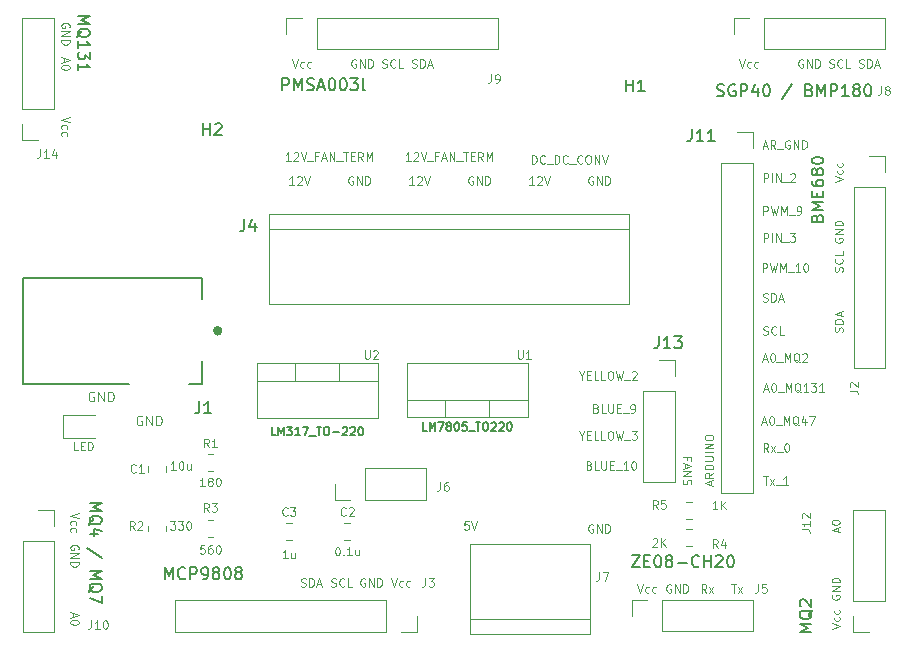
<source format=gto>
%TF.GenerationSoftware,KiCad,Pcbnew,(6.0.0)*%
%TF.CreationDate,2022-06-14T20:33:02+03:00*%
%TF.ProjectId,breadboard_power_supply,62726561-6462-46f6-9172-645f706f7765,rev?*%
%TF.SameCoordinates,Original*%
%TF.FileFunction,Legend,Top*%
%TF.FilePolarity,Positive*%
%FSLAX46Y46*%
G04 Gerber Fmt 4.6, Leading zero omitted, Abs format (unit mm)*
G04 Created by KiCad (PCBNEW (6.0.0)) date 2022-06-14 20:33:02*
%MOMM*%
%LPD*%
G01*
G04 APERTURE LIST*
%ADD10C,0.100000*%
%ADD11C,0.150000*%
%ADD12C,0.120000*%
%ADD13C,0.127000*%
%ADD14C,0.400000*%
G04 APERTURE END LIST*
D10*
X77607600Y-99398933D02*
X77607600Y-99732266D01*
X77374266Y-99032266D02*
X77607600Y-99398933D01*
X77840933Y-99032266D01*
X78074266Y-99365600D02*
X78307600Y-99365600D01*
X78407600Y-99732266D02*
X78074266Y-99732266D01*
X78074266Y-99032266D01*
X78407600Y-99032266D01*
X79040933Y-99732266D02*
X78707600Y-99732266D01*
X78707600Y-99032266D01*
X79607600Y-99732266D02*
X79274266Y-99732266D01*
X79274266Y-99032266D01*
X79974266Y-99032266D02*
X80107600Y-99032266D01*
X80174266Y-99065600D01*
X80240933Y-99132266D01*
X80274266Y-99265600D01*
X80274266Y-99498933D01*
X80240933Y-99632266D01*
X80174266Y-99698933D01*
X80107600Y-99732266D01*
X79974266Y-99732266D01*
X79907600Y-99698933D01*
X79840933Y-99632266D01*
X79807600Y-99498933D01*
X79807600Y-99265600D01*
X79840933Y-99132266D01*
X79907600Y-99065600D01*
X79974266Y-99032266D01*
X80507600Y-99032266D02*
X80674266Y-99732266D01*
X80807600Y-99232266D01*
X80940933Y-99732266D01*
X81107600Y-99032266D01*
X81207600Y-99798933D02*
X81740933Y-99798933D01*
X81874266Y-99098933D02*
X81907600Y-99065600D01*
X81974266Y-99032266D01*
X82140933Y-99032266D01*
X82207600Y-99065600D01*
X82240933Y-99098933D01*
X82274266Y-99165600D01*
X82274266Y-99232266D01*
X82240933Y-99332266D01*
X81840933Y-99732266D01*
X82274266Y-99732266D01*
X101105600Y-73282933D02*
X101205600Y-73316266D01*
X101372266Y-73316266D01*
X101438933Y-73282933D01*
X101472266Y-73249600D01*
X101505600Y-73182933D01*
X101505600Y-73116266D01*
X101472266Y-73049600D01*
X101438933Y-73016266D01*
X101372266Y-72982933D01*
X101238933Y-72949600D01*
X101172266Y-72916266D01*
X101138933Y-72882933D01*
X101105600Y-72816266D01*
X101105600Y-72749600D01*
X101138933Y-72682933D01*
X101172266Y-72649600D01*
X101238933Y-72616266D01*
X101405600Y-72616266D01*
X101505600Y-72649600D01*
X101805600Y-73316266D02*
X101805600Y-72616266D01*
X101972266Y-72616266D01*
X102072266Y-72649600D01*
X102138933Y-72716266D01*
X102172266Y-72782933D01*
X102205600Y-72916266D01*
X102205600Y-73016266D01*
X102172266Y-73149600D01*
X102138933Y-73216266D01*
X102072266Y-73282933D01*
X101972266Y-73316266D01*
X101805600Y-73316266D01*
X102472266Y-73116266D02*
X102805600Y-73116266D01*
X102405600Y-73316266D02*
X102638933Y-72616266D01*
X102872266Y-73316266D01*
X77607600Y-104478933D02*
X77607600Y-104812266D01*
X77374266Y-104112266D02*
X77607600Y-104478933D01*
X77840933Y-104112266D01*
X78074266Y-104445600D02*
X78307600Y-104445600D01*
X78407600Y-104812266D02*
X78074266Y-104812266D01*
X78074266Y-104112266D01*
X78407600Y-104112266D01*
X79040933Y-104812266D02*
X78707600Y-104812266D01*
X78707600Y-104112266D01*
X79607600Y-104812266D02*
X79274266Y-104812266D01*
X79274266Y-104112266D01*
X79974266Y-104112266D02*
X80107600Y-104112266D01*
X80174266Y-104145600D01*
X80240933Y-104212266D01*
X80274266Y-104345600D01*
X80274266Y-104578933D01*
X80240933Y-104712266D01*
X80174266Y-104778933D01*
X80107600Y-104812266D01*
X79974266Y-104812266D01*
X79907600Y-104778933D01*
X79840933Y-104712266D01*
X79807600Y-104578933D01*
X79807600Y-104345600D01*
X79840933Y-104212266D01*
X79907600Y-104145600D01*
X79974266Y-104112266D01*
X80507600Y-104112266D02*
X80674266Y-104812266D01*
X80807600Y-104312266D01*
X80940933Y-104812266D01*
X81107600Y-104112266D01*
X81207600Y-104878933D02*
X81740933Y-104878933D01*
X81840933Y-104112266D02*
X82274266Y-104112266D01*
X82040933Y-104378933D01*
X82140933Y-104378933D01*
X82207600Y-104412266D01*
X82240933Y-104445600D01*
X82274266Y-104512266D01*
X82274266Y-104678933D01*
X82240933Y-104745600D01*
X82207600Y-104778933D01*
X82140933Y-104812266D01*
X81940933Y-104812266D01*
X81874266Y-104778933D01*
X81840933Y-104745600D01*
X92994266Y-95888933D02*
X93094266Y-95922266D01*
X93260933Y-95922266D01*
X93327600Y-95888933D01*
X93360933Y-95855600D01*
X93394266Y-95788933D01*
X93394266Y-95722266D01*
X93360933Y-95655600D01*
X93327600Y-95622266D01*
X93260933Y-95588933D01*
X93127600Y-95555600D01*
X93060933Y-95522266D01*
X93027600Y-95488933D01*
X92994266Y-95422266D01*
X92994266Y-95355600D01*
X93027600Y-95288933D01*
X93060933Y-95255600D01*
X93127600Y-95222266D01*
X93294266Y-95222266D01*
X93394266Y-95255600D01*
X94094266Y-95855600D02*
X94060933Y-95888933D01*
X93960933Y-95922266D01*
X93894266Y-95922266D01*
X93794266Y-95888933D01*
X93727600Y-95822266D01*
X93694266Y-95755600D01*
X93660933Y-95622266D01*
X93660933Y-95522266D01*
X93694266Y-95388933D01*
X93727600Y-95322266D01*
X93794266Y-95255600D01*
X93894266Y-95222266D01*
X93960933Y-95222266D01*
X94060933Y-95255600D01*
X94094266Y-95288933D01*
X94727600Y-95922266D02*
X94394266Y-95922266D01*
X94394266Y-95222266D01*
X34266933Y-77500266D02*
X33566933Y-77733600D01*
X34266933Y-77966933D01*
X33600266Y-78500266D02*
X33566933Y-78433600D01*
X33566933Y-78300266D01*
X33600266Y-78233600D01*
X33633600Y-78200266D01*
X33700266Y-78166933D01*
X33900266Y-78166933D01*
X33966933Y-78200266D01*
X34000266Y-78233600D01*
X34033600Y-78300266D01*
X34033600Y-78433600D01*
X34000266Y-78500266D01*
X33600266Y-79100266D02*
X33566933Y-79033600D01*
X33566933Y-78900266D01*
X33600266Y-78833600D01*
X33633600Y-78800266D01*
X33700266Y-78766933D01*
X33900266Y-78766933D01*
X33966933Y-78800266D01*
X34000266Y-78833600D01*
X34033600Y-78900266D01*
X34033600Y-79033600D01*
X34000266Y-79100266D01*
X92976933Y-98008266D02*
X93310266Y-98008266D01*
X92910266Y-98208266D02*
X93143600Y-97508266D01*
X93376933Y-98208266D01*
X93743600Y-97508266D02*
X93810266Y-97508266D01*
X93876933Y-97541600D01*
X93910266Y-97574933D01*
X93943600Y-97641600D01*
X93976933Y-97774933D01*
X93976933Y-97941600D01*
X93943600Y-98074933D01*
X93910266Y-98141600D01*
X93876933Y-98174933D01*
X93810266Y-98208266D01*
X93743600Y-98208266D01*
X93676933Y-98174933D01*
X93643600Y-98141600D01*
X93610266Y-98074933D01*
X93576933Y-97941600D01*
X93576933Y-97774933D01*
X93610266Y-97641600D01*
X93643600Y-97574933D01*
X93676933Y-97541600D01*
X93743600Y-97508266D01*
X94110266Y-98274933D02*
X94643600Y-98274933D01*
X94810266Y-98208266D02*
X94810266Y-97508266D01*
X95043600Y-98008266D01*
X95276933Y-97508266D01*
X95276933Y-98208266D01*
X96076933Y-98274933D02*
X96010266Y-98241600D01*
X95943600Y-98174933D01*
X95843600Y-98074933D01*
X95776933Y-98041600D01*
X95710266Y-98041600D01*
X95743600Y-98208266D02*
X95676933Y-98174933D01*
X95610266Y-98108266D01*
X95576933Y-97974933D01*
X95576933Y-97741600D01*
X95610266Y-97608266D01*
X95676933Y-97541600D01*
X95743600Y-97508266D01*
X95876933Y-97508266D01*
X95943600Y-97541600D01*
X96010266Y-97608266D01*
X96043600Y-97741600D01*
X96043600Y-97974933D01*
X96010266Y-98108266D01*
X95943600Y-98174933D01*
X95876933Y-98208266D01*
X95743600Y-98208266D01*
X96310266Y-97574933D02*
X96343600Y-97541600D01*
X96410266Y-97508266D01*
X96576933Y-97508266D01*
X96643600Y-97541600D01*
X96676933Y-97574933D01*
X96710266Y-97641600D01*
X96710266Y-97708266D01*
X96676933Y-97808266D01*
X96276933Y-98208266D01*
X96710266Y-98208266D01*
X63128933Y-81190266D02*
X62728933Y-81190266D01*
X62928933Y-81190266D02*
X62928933Y-80490266D01*
X62862266Y-80590266D01*
X62795600Y-80656933D01*
X62728933Y-80690266D01*
X63395600Y-80556933D02*
X63428933Y-80523600D01*
X63495600Y-80490266D01*
X63662266Y-80490266D01*
X63728933Y-80523600D01*
X63762266Y-80556933D01*
X63795600Y-80623600D01*
X63795600Y-80690266D01*
X63762266Y-80790266D01*
X63362266Y-81190266D01*
X63795600Y-81190266D01*
X63995600Y-80490266D02*
X64228933Y-81190266D01*
X64462266Y-80490266D01*
X64528933Y-81256933D02*
X65062266Y-81256933D01*
X65462266Y-80823600D02*
X65228933Y-80823600D01*
X65228933Y-81190266D02*
X65228933Y-80490266D01*
X65562266Y-80490266D01*
X65795600Y-80990266D02*
X66128933Y-80990266D01*
X65728933Y-81190266D02*
X65962266Y-80490266D01*
X66195600Y-81190266D01*
X66428933Y-81190266D02*
X66428933Y-80490266D01*
X66828933Y-81190266D01*
X66828933Y-80490266D01*
X66995600Y-81256933D02*
X67528933Y-81256933D01*
X67595600Y-80490266D02*
X67995600Y-80490266D01*
X67795600Y-81190266D02*
X67795600Y-80490266D01*
X68228933Y-80823600D02*
X68462266Y-80823600D01*
X68562266Y-81190266D02*
X68228933Y-81190266D01*
X68228933Y-80490266D01*
X68562266Y-80490266D01*
X69262266Y-81190266D02*
X69028933Y-80856933D01*
X68862266Y-81190266D02*
X68862266Y-80490266D01*
X69128933Y-80490266D01*
X69195600Y-80523600D01*
X69228933Y-80556933D01*
X69262266Y-80623600D01*
X69262266Y-80723600D01*
X69228933Y-80790266D01*
X69195600Y-80823600D01*
X69128933Y-80856933D01*
X68862266Y-80856933D01*
X69562266Y-81190266D02*
X69562266Y-80490266D01*
X69795600Y-80990266D01*
X70028933Y-80490266D01*
X70028933Y-81190266D01*
X99032266Y-82976933D02*
X99732266Y-82743600D01*
X99032266Y-82510266D01*
X99698933Y-81976933D02*
X99732266Y-82043600D01*
X99732266Y-82176933D01*
X99698933Y-82243600D01*
X99665600Y-82276933D01*
X99598933Y-82310266D01*
X99398933Y-82310266D01*
X99332266Y-82276933D01*
X99298933Y-82243600D01*
X99265600Y-82176933D01*
X99265600Y-82043600D01*
X99298933Y-81976933D01*
X99698933Y-81376933D02*
X99732266Y-81443600D01*
X99732266Y-81576933D01*
X99698933Y-81643600D01*
X99665600Y-81676933D01*
X99598933Y-81710266D01*
X99398933Y-81710266D01*
X99332266Y-81676933D01*
X99298933Y-81643600D01*
X99265600Y-81576933D01*
X99265600Y-81443600D01*
X99298933Y-81376933D01*
X88172933Y-117766266D02*
X87939600Y-117432933D01*
X87772933Y-117766266D02*
X87772933Y-117066266D01*
X88039600Y-117066266D01*
X88106266Y-117099600D01*
X88139600Y-117132933D01*
X88172933Y-117199600D01*
X88172933Y-117299600D01*
X88139600Y-117366266D01*
X88106266Y-117399600D01*
X88039600Y-117432933D01*
X87772933Y-117432933D01*
X88406266Y-117766266D02*
X88772933Y-117299600D01*
X88406266Y-117299600D02*
X88772933Y-117766266D01*
X88559466Y-108660933D02*
X88559466Y-108327600D01*
X88759466Y-108727600D02*
X88059466Y-108494266D01*
X88759466Y-108260933D01*
X88759466Y-107627600D02*
X88426133Y-107860933D01*
X88759466Y-108027600D02*
X88059466Y-108027600D01*
X88059466Y-107760933D01*
X88092800Y-107694266D01*
X88126133Y-107660933D01*
X88192800Y-107627600D01*
X88292800Y-107627600D01*
X88359466Y-107660933D01*
X88392800Y-107694266D01*
X88426133Y-107760933D01*
X88426133Y-108027600D01*
X88759466Y-107327600D02*
X88059466Y-107327600D01*
X88059466Y-107160933D01*
X88092800Y-107060933D01*
X88159466Y-106994266D01*
X88226133Y-106960933D01*
X88359466Y-106927600D01*
X88459466Y-106927600D01*
X88592800Y-106960933D01*
X88659466Y-106994266D01*
X88726133Y-107060933D01*
X88759466Y-107160933D01*
X88759466Y-107327600D01*
X88059466Y-106627600D02*
X88626133Y-106627600D01*
X88692800Y-106594266D01*
X88726133Y-106560933D01*
X88759466Y-106494266D01*
X88759466Y-106360933D01*
X88726133Y-106294266D01*
X88692800Y-106260933D01*
X88626133Y-106227600D01*
X88059466Y-106227600D01*
X88759466Y-105894266D02*
X88059466Y-105894266D01*
X88759466Y-105560933D02*
X88059466Y-105560933D01*
X88759466Y-105160933D01*
X88059466Y-105160933D01*
X88059466Y-104694266D02*
X88059466Y-104560933D01*
X88092800Y-104494266D01*
X88159466Y-104427600D01*
X88292800Y-104394266D01*
X88526133Y-104394266D01*
X88659466Y-104427600D01*
X88726133Y-104494266D01*
X88759466Y-104560933D01*
X88759466Y-104694266D01*
X88726133Y-104760933D01*
X88659466Y-104827600D01*
X88526133Y-104860933D01*
X88292800Y-104860933D01*
X88159466Y-104827600D01*
X88092800Y-104760933D01*
X88059466Y-104694266D01*
X52968933Y-81190266D02*
X52568933Y-81190266D01*
X52768933Y-81190266D02*
X52768933Y-80490266D01*
X52702266Y-80590266D01*
X52635600Y-80656933D01*
X52568933Y-80690266D01*
X53235600Y-80556933D02*
X53268933Y-80523600D01*
X53335600Y-80490266D01*
X53502266Y-80490266D01*
X53568933Y-80523600D01*
X53602266Y-80556933D01*
X53635600Y-80623600D01*
X53635600Y-80690266D01*
X53602266Y-80790266D01*
X53202266Y-81190266D01*
X53635600Y-81190266D01*
X53835600Y-80490266D02*
X54068933Y-81190266D01*
X54302266Y-80490266D01*
X54368933Y-81256933D02*
X54902266Y-81256933D01*
X55302266Y-80823600D02*
X55068933Y-80823600D01*
X55068933Y-81190266D02*
X55068933Y-80490266D01*
X55402266Y-80490266D01*
X55635600Y-80990266D02*
X55968933Y-80990266D01*
X55568933Y-81190266D02*
X55802266Y-80490266D01*
X56035600Y-81190266D01*
X56268933Y-81190266D02*
X56268933Y-80490266D01*
X56668933Y-81190266D01*
X56668933Y-80490266D01*
X56835600Y-81256933D02*
X57368933Y-81256933D01*
X57435600Y-80490266D02*
X57835600Y-80490266D01*
X57635600Y-81190266D02*
X57635600Y-80490266D01*
X58068933Y-80823600D02*
X58302266Y-80823600D01*
X58402266Y-81190266D02*
X58068933Y-81190266D01*
X58068933Y-80490266D01*
X58402266Y-80490266D01*
X59102266Y-81190266D02*
X58868933Y-80856933D01*
X58702266Y-81190266D02*
X58702266Y-80490266D01*
X58968933Y-80490266D01*
X59035600Y-80523600D01*
X59068933Y-80556933D01*
X59102266Y-80623600D01*
X59102266Y-80723600D01*
X59068933Y-80790266D01*
X59035600Y-80823600D01*
X58968933Y-80856933D01*
X58702266Y-80856933D01*
X59402266Y-81190266D02*
X59402266Y-80490266D01*
X59635600Y-80990266D01*
X59868933Y-80490266D01*
X59868933Y-81190266D01*
X63259600Y-73282933D02*
X63359600Y-73316266D01*
X63526266Y-73316266D01*
X63592933Y-73282933D01*
X63626266Y-73249600D01*
X63659600Y-73182933D01*
X63659600Y-73116266D01*
X63626266Y-73049600D01*
X63592933Y-73016266D01*
X63526266Y-72982933D01*
X63392933Y-72949600D01*
X63326266Y-72916266D01*
X63292933Y-72882933D01*
X63259600Y-72816266D01*
X63259600Y-72749600D01*
X63292933Y-72682933D01*
X63326266Y-72649600D01*
X63392933Y-72616266D01*
X63559600Y-72616266D01*
X63659600Y-72649600D01*
X63959600Y-73316266D02*
X63959600Y-72616266D01*
X64126266Y-72616266D01*
X64226266Y-72649600D01*
X64292933Y-72716266D01*
X64326266Y-72782933D01*
X64359600Y-72916266D01*
X64359600Y-73016266D01*
X64326266Y-73149600D01*
X64292933Y-73216266D01*
X64226266Y-73282933D01*
X64126266Y-73316266D01*
X63959600Y-73316266D01*
X64626266Y-73116266D02*
X64959600Y-73116266D01*
X64559600Y-73316266D02*
X64792933Y-72616266D01*
X65026266Y-73316266D01*
X60736266Y-73282933D02*
X60836266Y-73316266D01*
X61002933Y-73316266D01*
X61069600Y-73282933D01*
X61102933Y-73249600D01*
X61136266Y-73182933D01*
X61136266Y-73116266D01*
X61102933Y-73049600D01*
X61069600Y-73016266D01*
X61002933Y-72982933D01*
X60869600Y-72949600D01*
X60802933Y-72916266D01*
X60769600Y-72882933D01*
X60736266Y-72816266D01*
X60736266Y-72749600D01*
X60769600Y-72682933D01*
X60802933Y-72649600D01*
X60869600Y-72616266D01*
X61036266Y-72616266D01*
X61136266Y-72649600D01*
X61836266Y-73249600D02*
X61802933Y-73282933D01*
X61702933Y-73316266D01*
X61636266Y-73316266D01*
X61536266Y-73282933D01*
X61469600Y-73216266D01*
X61436266Y-73149600D01*
X61402933Y-73016266D01*
X61402933Y-72916266D01*
X61436266Y-72782933D01*
X61469600Y-72716266D01*
X61536266Y-72649600D01*
X61636266Y-72616266D01*
X61702933Y-72616266D01*
X61802933Y-72649600D01*
X61836266Y-72682933D01*
X62469600Y-73316266D02*
X62136266Y-73316266D01*
X62136266Y-72616266D01*
X53861600Y-117224933D02*
X53961600Y-117258266D01*
X54128266Y-117258266D01*
X54194933Y-117224933D01*
X54228266Y-117191600D01*
X54261600Y-117124933D01*
X54261600Y-117058266D01*
X54228266Y-116991600D01*
X54194933Y-116958266D01*
X54128266Y-116924933D01*
X53994933Y-116891600D01*
X53928266Y-116858266D01*
X53894933Y-116824933D01*
X53861600Y-116758266D01*
X53861600Y-116691600D01*
X53894933Y-116624933D01*
X53928266Y-116591600D01*
X53994933Y-116558266D01*
X54161600Y-116558266D01*
X54261600Y-116591600D01*
X54561600Y-117258266D02*
X54561600Y-116558266D01*
X54728266Y-116558266D01*
X54828266Y-116591600D01*
X54894933Y-116658266D01*
X54928266Y-116724933D01*
X54961600Y-116858266D01*
X54961600Y-116958266D01*
X54928266Y-117091600D01*
X54894933Y-117158266D01*
X54828266Y-117224933D01*
X54728266Y-117258266D01*
X54561600Y-117258266D01*
X55228266Y-117058266D02*
X55561600Y-117058266D01*
X55161600Y-117258266D02*
X55394933Y-116558266D01*
X55628266Y-117258266D01*
X34528933Y-119489600D02*
X34528933Y-119822933D01*
X34328933Y-119422933D02*
X35028933Y-119656266D01*
X34328933Y-119889600D01*
X35028933Y-120256266D02*
X35028933Y-120322933D01*
X34995600Y-120389600D01*
X34962266Y-120422933D01*
X34895600Y-120456266D01*
X34762266Y-120489600D01*
X34595600Y-120489600D01*
X34462266Y-120456266D01*
X34395600Y-120422933D01*
X34362266Y-120389600D01*
X34328933Y-120322933D01*
X34328933Y-120256266D01*
X34362266Y-120189600D01*
X34395600Y-120156266D01*
X34462266Y-120122933D01*
X34595600Y-120089600D01*
X34762266Y-120089600D01*
X34895600Y-120122933D01*
X34962266Y-120156266D01*
X34995600Y-120189600D01*
X35028933Y-120256266D01*
X61498266Y-116558266D02*
X61731600Y-117258266D01*
X61964933Y-116558266D01*
X62498266Y-117224933D02*
X62431600Y-117258266D01*
X62298266Y-117258266D01*
X62231600Y-117224933D01*
X62198266Y-117191600D01*
X62164933Y-117124933D01*
X62164933Y-116924933D01*
X62198266Y-116858266D01*
X62231600Y-116824933D01*
X62298266Y-116791600D01*
X62431600Y-116791600D01*
X62498266Y-116824933D01*
X63098266Y-117224933D02*
X63031600Y-117258266D01*
X62898266Y-117258266D01*
X62831600Y-117224933D01*
X62798266Y-117191600D01*
X62764933Y-117124933D01*
X62764933Y-116924933D01*
X62798266Y-116858266D01*
X62831600Y-116824933D01*
X62898266Y-116791600D01*
X63031600Y-116791600D01*
X63098266Y-116824933D01*
X96342266Y-72649600D02*
X96275600Y-72616266D01*
X96175600Y-72616266D01*
X96075600Y-72649600D01*
X96008933Y-72716266D01*
X95975600Y-72782933D01*
X95942266Y-72916266D01*
X95942266Y-73016266D01*
X95975600Y-73149600D01*
X96008933Y-73216266D01*
X96075600Y-73282933D01*
X96175600Y-73316266D01*
X96242266Y-73316266D01*
X96342266Y-73282933D01*
X96375600Y-73249600D01*
X96375600Y-73016266D01*
X96242266Y-73016266D01*
X96675600Y-73316266D02*
X96675600Y-72616266D01*
X97075600Y-73316266D01*
X97075600Y-72616266D01*
X97408933Y-73316266D02*
X97408933Y-72616266D01*
X97575600Y-72616266D01*
X97675600Y-72649600D01*
X97742266Y-72716266D01*
X97775600Y-72782933D01*
X97808933Y-72916266D01*
X97808933Y-73016266D01*
X97775600Y-73149600D01*
X97742266Y-73216266D01*
X97675600Y-73282933D01*
X97575600Y-73316266D01*
X97408933Y-73316266D01*
X36322076Y-100793600D02*
X36245885Y-100755504D01*
X36131600Y-100755504D01*
X36017314Y-100793600D01*
X35941123Y-100869790D01*
X35903028Y-100945980D01*
X35864933Y-101098361D01*
X35864933Y-101212647D01*
X35903028Y-101365028D01*
X35941123Y-101441219D01*
X36017314Y-101517409D01*
X36131600Y-101555504D01*
X36207790Y-101555504D01*
X36322076Y-101517409D01*
X36360171Y-101479314D01*
X36360171Y-101212647D01*
X36207790Y-101212647D01*
X36703028Y-101555504D02*
X36703028Y-100755504D01*
X37160171Y-101555504D01*
X37160171Y-100755504D01*
X37541123Y-101555504D02*
X37541123Y-100755504D01*
X37731600Y-100755504D01*
X37845885Y-100793600D01*
X37922076Y-100869790D01*
X37960171Y-100945980D01*
X37998266Y-101098361D01*
X37998266Y-101212647D01*
X37960171Y-101365028D01*
X37922076Y-101441219D01*
X37845885Y-101517409D01*
X37731600Y-101555504D01*
X37541123Y-101555504D01*
X98778266Y-120822933D02*
X99478266Y-120589600D01*
X98778266Y-120356266D01*
X99444933Y-119822933D02*
X99478266Y-119889600D01*
X99478266Y-120022933D01*
X99444933Y-120089600D01*
X99411600Y-120122933D01*
X99344933Y-120156266D01*
X99144933Y-120156266D01*
X99078266Y-120122933D01*
X99044933Y-120089600D01*
X99011600Y-120022933D01*
X99011600Y-119889600D01*
X99044933Y-119822933D01*
X99444933Y-119222933D02*
X99478266Y-119289600D01*
X99478266Y-119422933D01*
X99444933Y-119489600D01*
X99411600Y-119522933D01*
X99344933Y-119556266D01*
X99144933Y-119556266D01*
X99078266Y-119522933D01*
X99044933Y-119489600D01*
X99011600Y-119422933D01*
X99011600Y-119289600D01*
X99044933Y-119222933D01*
X58496266Y-72649600D02*
X58429600Y-72616266D01*
X58329600Y-72616266D01*
X58229600Y-72649600D01*
X58162933Y-72716266D01*
X58129600Y-72782933D01*
X58096266Y-72916266D01*
X58096266Y-73016266D01*
X58129600Y-73149600D01*
X58162933Y-73216266D01*
X58229600Y-73282933D01*
X58329600Y-73316266D01*
X58396266Y-73316266D01*
X58496266Y-73282933D01*
X58529600Y-73249600D01*
X58529600Y-73016266D01*
X58396266Y-73016266D01*
X58829600Y-73316266D02*
X58829600Y-72616266D01*
X59229600Y-73316266D01*
X59229600Y-72616266D01*
X59562933Y-73316266D02*
X59562933Y-72616266D01*
X59729600Y-72616266D01*
X59829600Y-72649600D01*
X59896266Y-72716266D01*
X59929600Y-72782933D01*
X59962933Y-72916266D01*
X59962933Y-73016266D01*
X59929600Y-73149600D01*
X59896266Y-73216266D01*
X59829600Y-73282933D01*
X59729600Y-73316266D01*
X59562933Y-73316266D01*
X90962266Y-72616266D02*
X91195600Y-73316266D01*
X91428933Y-72616266D01*
X91962266Y-73282933D02*
X91895600Y-73316266D01*
X91762266Y-73316266D01*
X91695600Y-73282933D01*
X91662266Y-73249600D01*
X91628933Y-73182933D01*
X91628933Y-72982933D01*
X91662266Y-72916266D01*
X91695600Y-72882933D01*
X91762266Y-72849600D01*
X91895600Y-72849600D01*
X91962266Y-72882933D01*
X92562266Y-73282933D02*
X92495600Y-73316266D01*
X92362266Y-73316266D01*
X92295600Y-73282933D01*
X92262266Y-73249600D01*
X92228933Y-73182933D01*
X92228933Y-72982933D01*
X92262266Y-72916266D01*
X92295600Y-72882933D01*
X92362266Y-72849600D01*
X92495600Y-72849600D01*
X92562266Y-72882933D01*
X99698933Y-90596933D02*
X99732266Y-90496933D01*
X99732266Y-90330266D01*
X99698933Y-90263600D01*
X99665600Y-90230266D01*
X99598933Y-90196933D01*
X99532266Y-90196933D01*
X99465600Y-90230266D01*
X99432266Y-90263600D01*
X99398933Y-90330266D01*
X99365600Y-90463600D01*
X99332266Y-90530266D01*
X99298933Y-90563600D01*
X99232266Y-90596933D01*
X99165600Y-90596933D01*
X99098933Y-90563600D01*
X99065600Y-90530266D01*
X99032266Y-90463600D01*
X99032266Y-90296933D01*
X99065600Y-90196933D01*
X99665600Y-89496933D02*
X99698933Y-89530266D01*
X99732266Y-89630266D01*
X99732266Y-89696933D01*
X99698933Y-89796933D01*
X99632266Y-89863600D01*
X99565600Y-89896933D01*
X99432266Y-89930266D01*
X99332266Y-89930266D01*
X99198933Y-89896933D01*
X99132266Y-89863600D01*
X99065600Y-89796933D01*
X99032266Y-89696933D01*
X99032266Y-89630266D01*
X99065600Y-89530266D01*
X99098933Y-89496933D01*
X99732266Y-88863600D02*
X99732266Y-89196933D01*
X99032266Y-89196933D01*
X92998266Y-107922266D02*
X93398266Y-107922266D01*
X93198266Y-108622266D02*
X93198266Y-107922266D01*
X93564933Y-108622266D02*
X93931600Y-108155600D01*
X93564933Y-108155600D02*
X93931600Y-108622266D01*
X94031600Y-108688933D02*
X94564933Y-108688933D01*
X95098266Y-108622266D02*
X94698266Y-108622266D01*
X94898266Y-108622266D02*
X94898266Y-107922266D01*
X94831600Y-108022266D01*
X94764933Y-108088933D01*
X94698266Y-108122266D01*
X53116266Y-72616266D02*
X53349600Y-73316266D01*
X53582933Y-72616266D01*
X54116266Y-73282933D02*
X54049600Y-73316266D01*
X53916266Y-73316266D01*
X53849600Y-73282933D01*
X53816266Y-73249600D01*
X53782933Y-73182933D01*
X53782933Y-72982933D01*
X53816266Y-72916266D01*
X53849600Y-72882933D01*
X53916266Y-72849600D01*
X54049600Y-72849600D01*
X54116266Y-72882933D01*
X54716266Y-73282933D02*
X54649600Y-73316266D01*
X54516266Y-73316266D01*
X54449600Y-73282933D01*
X54416266Y-73249600D01*
X54382933Y-73182933D01*
X54382933Y-72982933D01*
X54416266Y-72916266D01*
X54449600Y-72882933D01*
X54516266Y-72849600D01*
X54649600Y-72849600D01*
X54716266Y-72882933D01*
X34995600Y-114122266D02*
X35028933Y-114055600D01*
X35028933Y-113955600D01*
X34995600Y-113855600D01*
X34928933Y-113788933D01*
X34862266Y-113755600D01*
X34728933Y-113722266D01*
X34628933Y-113722266D01*
X34495600Y-113755600D01*
X34428933Y-113788933D01*
X34362266Y-113855600D01*
X34328933Y-113955600D01*
X34328933Y-114022266D01*
X34362266Y-114122266D01*
X34395600Y-114155600D01*
X34628933Y-114155600D01*
X34628933Y-114022266D01*
X34328933Y-114455600D02*
X35028933Y-114455600D01*
X34328933Y-114855600D01*
X35028933Y-114855600D01*
X34328933Y-115188933D02*
X35028933Y-115188933D01*
X35028933Y-115355600D01*
X34995600Y-115455600D01*
X34928933Y-115522266D01*
X34862266Y-115555600D01*
X34728933Y-115588933D01*
X34628933Y-115588933D01*
X34495600Y-115555600D01*
X34428933Y-115522266D01*
X34362266Y-115455600D01*
X34328933Y-115355600D01*
X34328933Y-115188933D01*
X63422266Y-83222266D02*
X63022266Y-83222266D01*
X63222266Y-83222266D02*
X63222266Y-82522266D01*
X63155600Y-82622266D01*
X63088933Y-82688933D01*
X63022266Y-82722266D01*
X63688933Y-82588933D02*
X63722266Y-82555600D01*
X63788933Y-82522266D01*
X63955600Y-82522266D01*
X64022266Y-82555600D01*
X64055600Y-82588933D01*
X64088933Y-82655600D01*
X64088933Y-82722266D01*
X64055600Y-82822266D01*
X63655600Y-83222266D01*
X64088933Y-83222266D01*
X64288933Y-82522266D02*
X64522266Y-83222266D01*
X64755600Y-82522266D01*
X56418266Y-117224933D02*
X56518266Y-117258266D01*
X56684933Y-117258266D01*
X56751600Y-117224933D01*
X56784933Y-117191600D01*
X56818266Y-117124933D01*
X56818266Y-117058266D01*
X56784933Y-116991600D01*
X56751600Y-116958266D01*
X56684933Y-116924933D01*
X56551600Y-116891600D01*
X56484933Y-116858266D01*
X56451600Y-116824933D01*
X56418266Y-116758266D01*
X56418266Y-116691600D01*
X56451600Y-116624933D01*
X56484933Y-116591600D01*
X56551600Y-116558266D01*
X56718266Y-116558266D01*
X56818266Y-116591600D01*
X57518266Y-117191600D02*
X57484933Y-117224933D01*
X57384933Y-117258266D01*
X57318266Y-117258266D01*
X57218266Y-117224933D01*
X57151600Y-117158266D01*
X57118266Y-117091600D01*
X57084933Y-116958266D01*
X57084933Y-116858266D01*
X57118266Y-116724933D01*
X57151600Y-116658266D01*
X57218266Y-116591600D01*
X57318266Y-116558266D01*
X57384933Y-116558266D01*
X57484933Y-116591600D01*
X57518266Y-116624933D01*
X58151600Y-117258266D02*
X57818266Y-117258266D01*
X57818266Y-116558266D01*
X68402266Y-82555600D02*
X68335600Y-82522266D01*
X68235600Y-82522266D01*
X68135600Y-82555600D01*
X68068933Y-82622266D01*
X68035600Y-82688933D01*
X68002266Y-82822266D01*
X68002266Y-82922266D01*
X68035600Y-83055600D01*
X68068933Y-83122266D01*
X68135600Y-83188933D01*
X68235600Y-83222266D01*
X68302266Y-83222266D01*
X68402266Y-83188933D01*
X68435600Y-83155600D01*
X68435600Y-82922266D01*
X68302266Y-82922266D01*
X68735600Y-83222266D02*
X68735600Y-82522266D01*
X69135600Y-83222266D01*
X69135600Y-82522266D01*
X69468933Y-83222266D02*
X69468933Y-82522266D01*
X69635600Y-82522266D01*
X69735600Y-82555600D01*
X69802266Y-82622266D01*
X69835600Y-82688933D01*
X69868933Y-82822266D01*
X69868933Y-82922266D01*
X69835600Y-83055600D01*
X69802266Y-83122266D01*
X69735600Y-83188933D01*
X69635600Y-83222266D01*
X69468933Y-83222266D01*
X92977600Y-93094933D02*
X93077600Y-93128266D01*
X93244266Y-93128266D01*
X93310933Y-93094933D01*
X93344266Y-93061600D01*
X93377600Y-92994933D01*
X93377600Y-92928266D01*
X93344266Y-92861600D01*
X93310933Y-92828266D01*
X93244266Y-92794933D01*
X93110933Y-92761600D01*
X93044266Y-92728266D01*
X93010933Y-92694933D01*
X92977600Y-92628266D01*
X92977600Y-92561600D01*
X93010933Y-92494933D01*
X93044266Y-92461600D01*
X93110933Y-92428266D01*
X93277600Y-92428266D01*
X93377600Y-92461600D01*
X93677600Y-93128266D02*
X93677600Y-92428266D01*
X93844266Y-92428266D01*
X93944266Y-92461600D01*
X94010933Y-92528266D01*
X94044266Y-92594933D01*
X94077600Y-92728266D01*
X94077600Y-92828266D01*
X94044266Y-92961600D01*
X94010933Y-93028266D01*
X93944266Y-93094933D01*
X93844266Y-93128266D01*
X93677600Y-93128266D01*
X94344266Y-92928266D02*
X94677600Y-92928266D01*
X94277600Y-93128266D02*
X94510933Y-92428266D01*
X94744266Y-93128266D01*
X59258266Y-116591600D02*
X59191600Y-116558266D01*
X59091600Y-116558266D01*
X58991600Y-116591600D01*
X58924933Y-116658266D01*
X58891600Y-116724933D01*
X58858266Y-116858266D01*
X58858266Y-116958266D01*
X58891600Y-117091600D01*
X58924933Y-117158266D01*
X58991600Y-117224933D01*
X59091600Y-117258266D01*
X59158266Y-117258266D01*
X59258266Y-117224933D01*
X59291600Y-117191600D01*
X59291600Y-116958266D01*
X59158266Y-116958266D01*
X59591600Y-117258266D02*
X59591600Y-116558266D01*
X59991600Y-117258266D01*
X59991600Y-116558266D01*
X60324933Y-117258266D02*
X60324933Y-116558266D01*
X60491600Y-116558266D01*
X60591600Y-116591600D01*
X60658266Y-116658266D01*
X60691600Y-116724933D01*
X60724933Y-116858266D01*
X60724933Y-116958266D01*
X60691600Y-117091600D01*
X60658266Y-117158266D01*
X60591600Y-117224933D01*
X60491600Y-117258266D01*
X60324933Y-117258266D01*
X34233600Y-69926266D02*
X34266933Y-69859600D01*
X34266933Y-69759600D01*
X34233600Y-69659600D01*
X34166933Y-69592933D01*
X34100266Y-69559600D01*
X33966933Y-69526266D01*
X33866933Y-69526266D01*
X33733600Y-69559600D01*
X33666933Y-69592933D01*
X33600266Y-69659600D01*
X33566933Y-69759600D01*
X33566933Y-69826266D01*
X33600266Y-69926266D01*
X33633600Y-69959600D01*
X33866933Y-69959600D01*
X33866933Y-69826266D01*
X33566933Y-70259600D02*
X34266933Y-70259600D01*
X33566933Y-70659600D01*
X34266933Y-70659600D01*
X33566933Y-70992933D02*
X34266933Y-70992933D01*
X34266933Y-71159600D01*
X34233600Y-71259600D01*
X34166933Y-71326266D01*
X34100266Y-71359600D01*
X33966933Y-71392933D01*
X33866933Y-71392933D01*
X33733600Y-71359600D01*
X33666933Y-71326266D01*
X33600266Y-71259600D01*
X33566933Y-71159600D01*
X33566933Y-70992933D01*
X73582266Y-83222266D02*
X73182266Y-83222266D01*
X73382266Y-83222266D02*
X73382266Y-82522266D01*
X73315600Y-82622266D01*
X73248933Y-82688933D01*
X73182266Y-82722266D01*
X73848933Y-82588933D02*
X73882266Y-82555600D01*
X73948933Y-82522266D01*
X74115600Y-82522266D01*
X74182266Y-82555600D01*
X74215600Y-82588933D01*
X74248933Y-82655600D01*
X74248933Y-82722266D01*
X74215600Y-82822266D01*
X73815600Y-83222266D01*
X74248933Y-83222266D01*
X74448933Y-82522266D02*
X74682266Y-83222266D01*
X74915600Y-82522266D01*
X99698933Y-95693600D02*
X99732266Y-95593600D01*
X99732266Y-95426933D01*
X99698933Y-95360266D01*
X99665600Y-95326933D01*
X99598933Y-95293600D01*
X99532266Y-95293600D01*
X99465600Y-95326933D01*
X99432266Y-95360266D01*
X99398933Y-95426933D01*
X99365600Y-95560266D01*
X99332266Y-95626933D01*
X99298933Y-95660266D01*
X99232266Y-95693600D01*
X99165600Y-95693600D01*
X99098933Y-95660266D01*
X99065600Y-95626933D01*
X99032266Y-95560266D01*
X99032266Y-95393600D01*
X99065600Y-95293600D01*
X99732266Y-94993600D02*
X99032266Y-94993600D01*
X99032266Y-94826933D01*
X99065600Y-94726933D01*
X99132266Y-94660266D01*
X99198933Y-94626933D01*
X99332266Y-94593600D01*
X99432266Y-94593600D01*
X99565600Y-94626933D01*
X99632266Y-94660266D01*
X99698933Y-94726933D01*
X99732266Y-94826933D01*
X99732266Y-94993600D01*
X99532266Y-94326933D02*
X99532266Y-93993600D01*
X99732266Y-94393600D02*
X99032266Y-94160266D01*
X99732266Y-93926933D01*
X93018933Y-88048266D02*
X93018933Y-87348266D01*
X93285600Y-87348266D01*
X93352266Y-87381600D01*
X93385600Y-87414933D01*
X93418933Y-87481600D01*
X93418933Y-87581600D01*
X93385600Y-87648266D01*
X93352266Y-87681600D01*
X93285600Y-87714933D01*
X93018933Y-87714933D01*
X93718933Y-88048266D02*
X93718933Y-87348266D01*
X94052266Y-88048266D02*
X94052266Y-87348266D01*
X94452266Y-88048266D01*
X94452266Y-87348266D01*
X94618933Y-88114933D02*
X95152266Y-88114933D01*
X95252266Y-87348266D02*
X95685600Y-87348266D01*
X95452266Y-87614933D01*
X95552266Y-87614933D01*
X95618933Y-87648266D01*
X95652266Y-87681600D01*
X95685600Y-87748266D01*
X95685600Y-87914933D01*
X95652266Y-87981600D01*
X95618933Y-88014933D01*
X95552266Y-88048266D01*
X95352266Y-88048266D01*
X95285600Y-88014933D01*
X95252266Y-87981600D01*
X93018933Y-82968266D02*
X93018933Y-82268266D01*
X93285600Y-82268266D01*
X93352266Y-82301600D01*
X93385600Y-82334933D01*
X93418933Y-82401600D01*
X93418933Y-82501600D01*
X93385600Y-82568266D01*
X93352266Y-82601600D01*
X93285600Y-82634933D01*
X93018933Y-82634933D01*
X93718933Y-82968266D02*
X93718933Y-82268266D01*
X94052266Y-82968266D02*
X94052266Y-82268266D01*
X94452266Y-82968266D01*
X94452266Y-82268266D01*
X94618933Y-83034933D02*
X95152266Y-83034933D01*
X95285600Y-82334933D02*
X95318933Y-82301600D01*
X95385600Y-82268266D01*
X95552266Y-82268266D01*
X95618933Y-82301600D01*
X95652266Y-82334933D01*
X95685600Y-82401600D01*
X95685600Y-82468266D01*
X95652266Y-82568266D01*
X95252266Y-82968266D01*
X95685600Y-82968266D01*
X53262266Y-83222266D02*
X52862266Y-83222266D01*
X53062266Y-83222266D02*
X53062266Y-82522266D01*
X52995600Y-82622266D01*
X52928933Y-82688933D01*
X52862266Y-82722266D01*
X53528933Y-82588933D02*
X53562266Y-82555600D01*
X53628933Y-82522266D01*
X53795600Y-82522266D01*
X53862266Y-82555600D01*
X53895600Y-82588933D01*
X53928933Y-82655600D01*
X53928933Y-82722266D01*
X53895600Y-82822266D01*
X53495600Y-83222266D01*
X53928933Y-83222266D01*
X54128933Y-82522266D02*
X54362266Y-83222266D01*
X54595600Y-82522266D01*
X93072266Y-100548266D02*
X93405600Y-100548266D01*
X93005600Y-100748266D02*
X93238933Y-100048266D01*
X93472266Y-100748266D01*
X93838933Y-100048266D02*
X93905600Y-100048266D01*
X93972266Y-100081600D01*
X94005600Y-100114933D01*
X94038933Y-100181600D01*
X94072266Y-100314933D01*
X94072266Y-100481600D01*
X94038933Y-100614933D01*
X94005600Y-100681600D01*
X93972266Y-100714933D01*
X93905600Y-100748266D01*
X93838933Y-100748266D01*
X93772266Y-100714933D01*
X93738933Y-100681600D01*
X93705600Y-100614933D01*
X93672266Y-100481600D01*
X93672266Y-100314933D01*
X93705600Y-100181600D01*
X93738933Y-100114933D01*
X93772266Y-100081600D01*
X93838933Y-100048266D01*
X94205600Y-100814933D02*
X94738933Y-100814933D01*
X94905600Y-100748266D02*
X94905600Y-100048266D01*
X95138933Y-100548266D01*
X95372266Y-100048266D01*
X95372266Y-100748266D01*
X96172266Y-100814933D02*
X96105600Y-100781600D01*
X96038933Y-100714933D01*
X95938933Y-100614933D01*
X95872266Y-100581600D01*
X95805600Y-100581600D01*
X95838933Y-100748266D02*
X95772266Y-100714933D01*
X95705600Y-100648266D01*
X95672266Y-100514933D01*
X95672266Y-100281600D01*
X95705600Y-100148266D01*
X95772266Y-100081600D01*
X95838933Y-100048266D01*
X95972266Y-100048266D01*
X96038933Y-100081600D01*
X96105600Y-100148266D01*
X96138933Y-100281600D01*
X96138933Y-100514933D01*
X96105600Y-100648266D01*
X96038933Y-100714933D01*
X95972266Y-100748266D01*
X95838933Y-100748266D01*
X96805600Y-100748266D02*
X96405600Y-100748266D01*
X96605600Y-100748266D02*
X96605600Y-100048266D01*
X96538933Y-100148266D01*
X96472266Y-100214933D01*
X96405600Y-100248266D01*
X97038933Y-100048266D02*
X97472266Y-100048266D01*
X97238933Y-100314933D01*
X97338933Y-100314933D01*
X97405600Y-100348266D01*
X97438933Y-100381600D01*
X97472266Y-100448266D01*
X97472266Y-100614933D01*
X97438933Y-100681600D01*
X97405600Y-100714933D01*
X97338933Y-100748266D01*
X97138933Y-100748266D01*
X97072266Y-100714933D01*
X97038933Y-100681600D01*
X98138933Y-100748266D02*
X97738933Y-100748266D01*
X97938933Y-100748266D02*
X97938933Y-100048266D01*
X97872266Y-100148266D01*
X97805600Y-100214933D01*
X97738933Y-100248266D01*
X90296266Y-117066266D02*
X90696266Y-117066266D01*
X90496266Y-117766266D02*
X90496266Y-117066266D01*
X90862933Y-117766266D02*
X91229600Y-117299600D01*
X90862933Y-117299600D02*
X91229600Y-117766266D01*
X73405600Y-81444266D02*
X73405600Y-80744266D01*
X73572266Y-80744266D01*
X73672266Y-80777600D01*
X73738933Y-80844266D01*
X73772266Y-80910933D01*
X73805600Y-81044266D01*
X73805600Y-81144266D01*
X73772266Y-81277600D01*
X73738933Y-81344266D01*
X73672266Y-81410933D01*
X73572266Y-81444266D01*
X73405600Y-81444266D01*
X74505600Y-81377600D02*
X74472266Y-81410933D01*
X74372266Y-81444266D01*
X74305600Y-81444266D01*
X74205600Y-81410933D01*
X74138933Y-81344266D01*
X74105600Y-81277600D01*
X74072266Y-81144266D01*
X74072266Y-81044266D01*
X74105600Y-80910933D01*
X74138933Y-80844266D01*
X74205600Y-80777600D01*
X74305600Y-80744266D01*
X74372266Y-80744266D01*
X74472266Y-80777600D01*
X74505600Y-80810933D01*
X74638933Y-81510933D02*
X75172266Y-81510933D01*
X75338933Y-81444266D02*
X75338933Y-80744266D01*
X75505600Y-80744266D01*
X75605600Y-80777600D01*
X75672266Y-80844266D01*
X75705600Y-80910933D01*
X75738933Y-81044266D01*
X75738933Y-81144266D01*
X75705600Y-81277600D01*
X75672266Y-81344266D01*
X75605600Y-81410933D01*
X75505600Y-81444266D01*
X75338933Y-81444266D01*
X76438933Y-81377600D02*
X76405600Y-81410933D01*
X76305600Y-81444266D01*
X76238933Y-81444266D01*
X76138933Y-81410933D01*
X76072266Y-81344266D01*
X76038933Y-81277600D01*
X76005600Y-81144266D01*
X76005600Y-81044266D01*
X76038933Y-80910933D01*
X76072266Y-80844266D01*
X76138933Y-80777600D01*
X76238933Y-80744266D01*
X76305600Y-80744266D01*
X76405600Y-80777600D01*
X76438933Y-80810933D01*
X76572266Y-81510933D02*
X77105600Y-81510933D01*
X77672266Y-81377600D02*
X77638933Y-81410933D01*
X77538933Y-81444266D01*
X77472266Y-81444266D01*
X77372266Y-81410933D01*
X77305600Y-81344266D01*
X77272266Y-81277600D01*
X77238933Y-81144266D01*
X77238933Y-81044266D01*
X77272266Y-80910933D01*
X77305600Y-80844266D01*
X77372266Y-80777600D01*
X77472266Y-80744266D01*
X77538933Y-80744266D01*
X77638933Y-80777600D01*
X77672266Y-80810933D01*
X78105600Y-80744266D02*
X78238933Y-80744266D01*
X78305600Y-80777600D01*
X78372266Y-80844266D01*
X78405600Y-80977600D01*
X78405600Y-81210933D01*
X78372266Y-81344266D01*
X78305600Y-81410933D01*
X78238933Y-81444266D01*
X78105600Y-81444266D01*
X78038933Y-81410933D01*
X77972266Y-81344266D01*
X77938933Y-81210933D01*
X77938933Y-80977600D01*
X77972266Y-80844266D01*
X78038933Y-80777600D01*
X78105600Y-80744266D01*
X78705600Y-81444266D02*
X78705600Y-80744266D01*
X79105600Y-81444266D01*
X79105600Y-80744266D01*
X79338933Y-80744266D02*
X79572266Y-81444266D01*
X79805600Y-80744266D01*
X98811600Y-117982933D02*
X98778266Y-118049600D01*
X98778266Y-118149600D01*
X98811600Y-118249600D01*
X98878266Y-118316266D01*
X98944933Y-118349600D01*
X99078266Y-118382933D01*
X99178266Y-118382933D01*
X99311600Y-118349600D01*
X99378266Y-118316266D01*
X99444933Y-118249600D01*
X99478266Y-118149600D01*
X99478266Y-118082933D01*
X99444933Y-117982933D01*
X99411600Y-117949600D01*
X99178266Y-117949600D01*
X99178266Y-118082933D01*
X99478266Y-117649600D02*
X98778266Y-117649600D01*
X99478266Y-117249600D01*
X98778266Y-117249600D01*
X99478266Y-116916266D02*
X98778266Y-116916266D01*
X98778266Y-116749600D01*
X98811600Y-116649600D01*
X98878266Y-116582933D01*
X98944933Y-116549600D01*
X99078266Y-116516266D01*
X99178266Y-116516266D01*
X99311600Y-116549600D01*
X99378266Y-116582933D01*
X99444933Y-116649600D01*
X99478266Y-116749600D01*
X99478266Y-116916266D01*
X98582266Y-73282933D02*
X98682266Y-73316266D01*
X98848933Y-73316266D01*
X98915600Y-73282933D01*
X98948933Y-73249600D01*
X98982266Y-73182933D01*
X98982266Y-73116266D01*
X98948933Y-73049600D01*
X98915600Y-73016266D01*
X98848933Y-72982933D01*
X98715600Y-72949600D01*
X98648933Y-72916266D01*
X98615600Y-72882933D01*
X98582266Y-72816266D01*
X98582266Y-72749600D01*
X98615600Y-72682933D01*
X98648933Y-72649600D01*
X98715600Y-72616266D01*
X98882266Y-72616266D01*
X98982266Y-72649600D01*
X99682266Y-73249600D02*
X99648933Y-73282933D01*
X99548933Y-73316266D01*
X99482266Y-73316266D01*
X99382266Y-73282933D01*
X99315600Y-73216266D01*
X99282266Y-73149600D01*
X99248933Y-73016266D01*
X99248933Y-72916266D01*
X99282266Y-72782933D01*
X99315600Y-72716266D01*
X99382266Y-72649600D01*
X99482266Y-72616266D01*
X99548933Y-72616266D01*
X99648933Y-72649600D01*
X99682266Y-72682933D01*
X100315600Y-73316266D02*
X99982266Y-73316266D01*
X99982266Y-72616266D01*
X86562400Y-106542000D02*
X86562400Y-106308666D01*
X86195733Y-106308666D02*
X86895733Y-106308666D01*
X86895733Y-106642000D01*
X86395733Y-106875333D02*
X86395733Y-107208666D01*
X86195733Y-106808666D02*
X86895733Y-107042000D01*
X86195733Y-107275333D01*
X86195733Y-107508666D02*
X86895733Y-107508666D01*
X86195733Y-107908666D01*
X86895733Y-107908666D01*
X86229066Y-108208666D02*
X86195733Y-108308666D01*
X86195733Y-108475333D01*
X86229066Y-108542000D01*
X86262400Y-108575333D01*
X86329066Y-108608666D01*
X86395733Y-108608666D01*
X86462400Y-108575333D01*
X86495733Y-108542000D01*
X86529066Y-108475333D01*
X86562400Y-108342000D01*
X86595733Y-108275333D01*
X86629066Y-108242000D01*
X86695733Y-108208666D01*
X86762400Y-108208666D01*
X86829066Y-108242000D01*
X86862400Y-108275333D01*
X86895733Y-108342000D01*
X86895733Y-108508666D01*
X86862400Y-108608666D01*
X78261600Y-106985600D02*
X78361600Y-107018933D01*
X78394933Y-107052266D01*
X78428266Y-107118933D01*
X78428266Y-107218933D01*
X78394933Y-107285600D01*
X78361600Y-107318933D01*
X78294933Y-107352266D01*
X78028266Y-107352266D01*
X78028266Y-106652266D01*
X78261600Y-106652266D01*
X78328266Y-106685600D01*
X78361600Y-106718933D01*
X78394933Y-106785600D01*
X78394933Y-106852266D01*
X78361600Y-106918933D01*
X78328266Y-106952266D01*
X78261600Y-106985600D01*
X78028266Y-106985600D01*
X79061600Y-107352266D02*
X78728266Y-107352266D01*
X78728266Y-106652266D01*
X79294933Y-106652266D02*
X79294933Y-107218933D01*
X79328266Y-107285600D01*
X79361600Y-107318933D01*
X79428266Y-107352266D01*
X79561600Y-107352266D01*
X79628266Y-107318933D01*
X79661600Y-107285600D01*
X79694933Y-107218933D01*
X79694933Y-106652266D01*
X80028266Y-106985600D02*
X80261600Y-106985600D01*
X80361600Y-107352266D02*
X80028266Y-107352266D01*
X80028266Y-106652266D01*
X80361600Y-106652266D01*
X80494933Y-107418933D02*
X81028266Y-107418933D01*
X81561600Y-107352266D02*
X81161600Y-107352266D01*
X81361600Y-107352266D02*
X81361600Y-106652266D01*
X81294933Y-106752266D01*
X81228266Y-106818933D01*
X81161600Y-106852266D01*
X81994933Y-106652266D02*
X82061600Y-106652266D01*
X82128266Y-106685600D01*
X82161600Y-106718933D01*
X82194933Y-106785600D01*
X82228266Y-106918933D01*
X82228266Y-107085600D01*
X82194933Y-107218933D01*
X82161600Y-107285600D01*
X82128266Y-107318933D01*
X82061600Y-107352266D01*
X81994933Y-107352266D01*
X81928266Y-107318933D01*
X81894933Y-107285600D01*
X81861600Y-107218933D01*
X81828266Y-107085600D01*
X81828266Y-106918933D01*
X81861600Y-106785600D01*
X81894933Y-106718933D01*
X81928266Y-106685600D01*
X81994933Y-106652266D01*
X85166266Y-117099600D02*
X85099600Y-117066266D01*
X84999600Y-117066266D01*
X84899600Y-117099600D01*
X84832933Y-117166266D01*
X84799600Y-117232933D01*
X84766266Y-117366266D01*
X84766266Y-117466266D01*
X84799600Y-117599600D01*
X84832933Y-117666266D01*
X84899600Y-117732933D01*
X84999600Y-117766266D01*
X85066266Y-117766266D01*
X85166266Y-117732933D01*
X85199600Y-117699600D01*
X85199600Y-117466266D01*
X85066266Y-117466266D01*
X85499600Y-117766266D02*
X85499600Y-117066266D01*
X85899600Y-117766266D01*
X85899600Y-117066266D01*
X86232933Y-117766266D02*
X86232933Y-117066266D01*
X86399600Y-117066266D01*
X86499600Y-117099600D01*
X86566266Y-117166266D01*
X86599600Y-117232933D01*
X86632933Y-117366266D01*
X86632933Y-117466266D01*
X86599600Y-117599600D01*
X86566266Y-117666266D01*
X86499600Y-117732933D01*
X86399600Y-117766266D01*
X86232933Y-117766266D01*
X58242266Y-82555600D02*
X58175600Y-82522266D01*
X58075600Y-82522266D01*
X57975600Y-82555600D01*
X57908933Y-82622266D01*
X57875600Y-82688933D01*
X57842266Y-82822266D01*
X57842266Y-82922266D01*
X57875600Y-83055600D01*
X57908933Y-83122266D01*
X57975600Y-83188933D01*
X58075600Y-83222266D01*
X58142266Y-83222266D01*
X58242266Y-83188933D01*
X58275600Y-83155600D01*
X58275600Y-82922266D01*
X58142266Y-82922266D01*
X58575600Y-83222266D02*
X58575600Y-82522266D01*
X58975600Y-83222266D01*
X58975600Y-82522266D01*
X59308933Y-83222266D02*
X59308933Y-82522266D01*
X59475600Y-82522266D01*
X59575600Y-82555600D01*
X59642266Y-82622266D01*
X59675600Y-82688933D01*
X59708933Y-82822266D01*
X59708933Y-82922266D01*
X59675600Y-83055600D01*
X59642266Y-83122266D01*
X59575600Y-83188933D01*
X59475600Y-83222266D01*
X59308933Y-83222266D01*
X93414933Y-105828266D02*
X93181600Y-105494933D01*
X93014933Y-105828266D02*
X93014933Y-105128266D01*
X93281600Y-105128266D01*
X93348266Y-105161600D01*
X93381600Y-105194933D01*
X93414933Y-105261600D01*
X93414933Y-105361600D01*
X93381600Y-105428266D01*
X93348266Y-105461600D01*
X93281600Y-105494933D01*
X93014933Y-105494933D01*
X93648266Y-105828266D02*
X94014933Y-105361600D01*
X93648266Y-105361600D02*
X94014933Y-105828266D01*
X94114933Y-105894933D02*
X94648266Y-105894933D01*
X94948266Y-105128266D02*
X95014933Y-105128266D01*
X95081600Y-105161600D01*
X95114933Y-105194933D01*
X95148266Y-105261600D01*
X95181600Y-105394933D01*
X95181600Y-105561600D01*
X95148266Y-105694933D01*
X95114933Y-105761600D01*
X95081600Y-105794933D01*
X95014933Y-105828266D01*
X94948266Y-105828266D01*
X94881600Y-105794933D01*
X94848266Y-105761600D01*
X94814933Y-105694933D01*
X94781600Y-105561600D01*
X94781600Y-105394933D01*
X94814933Y-105261600D01*
X94848266Y-105194933D01*
X94881600Y-105161600D01*
X94948266Y-105128266D01*
X99065600Y-87756933D02*
X99032266Y-87823600D01*
X99032266Y-87923600D01*
X99065600Y-88023600D01*
X99132266Y-88090266D01*
X99198933Y-88123600D01*
X99332266Y-88156933D01*
X99432266Y-88156933D01*
X99565600Y-88123600D01*
X99632266Y-88090266D01*
X99698933Y-88023600D01*
X99732266Y-87923600D01*
X99732266Y-87856933D01*
X99698933Y-87756933D01*
X99665600Y-87723600D01*
X99432266Y-87723600D01*
X99432266Y-87856933D01*
X99732266Y-87423600D02*
X99032266Y-87423600D01*
X99732266Y-87023600D01*
X99032266Y-87023600D01*
X99732266Y-86690266D02*
X99032266Y-86690266D01*
X99032266Y-86523600D01*
X99065600Y-86423600D01*
X99132266Y-86356933D01*
X99198933Y-86323600D01*
X99332266Y-86290266D01*
X99432266Y-86290266D01*
X99565600Y-86323600D01*
X99632266Y-86356933D01*
X99698933Y-86423600D01*
X99732266Y-86523600D01*
X99732266Y-86690266D01*
X93006266Y-85762266D02*
X93006266Y-85062266D01*
X93272933Y-85062266D01*
X93339600Y-85095600D01*
X93372933Y-85128933D01*
X93406266Y-85195600D01*
X93406266Y-85295600D01*
X93372933Y-85362266D01*
X93339600Y-85395600D01*
X93272933Y-85428933D01*
X93006266Y-85428933D01*
X93639600Y-85062266D02*
X93806266Y-85762266D01*
X93939600Y-85262266D01*
X94072933Y-85762266D01*
X94239600Y-85062266D01*
X94506266Y-85762266D02*
X94506266Y-85062266D01*
X94739600Y-85562266D01*
X94972933Y-85062266D01*
X94972933Y-85762266D01*
X95139600Y-85828933D02*
X95672933Y-85828933D01*
X95872933Y-85762266D02*
X96006266Y-85762266D01*
X96072933Y-85728933D01*
X96106266Y-85695600D01*
X96172933Y-85595600D01*
X96206266Y-85462266D01*
X96206266Y-85195600D01*
X96172933Y-85128933D01*
X96139600Y-85095600D01*
X96072933Y-85062266D01*
X95939600Y-85062266D01*
X95872933Y-85095600D01*
X95839600Y-85128933D01*
X95806266Y-85195600D01*
X95806266Y-85362266D01*
X95839600Y-85428933D01*
X95872933Y-85462266D01*
X95939600Y-85495600D01*
X96072933Y-85495600D01*
X96139600Y-85462266D01*
X96172933Y-85428933D01*
X96206266Y-85362266D01*
X92993600Y-79974266D02*
X93326933Y-79974266D01*
X92926933Y-80174266D02*
X93160266Y-79474266D01*
X93393600Y-80174266D01*
X94026933Y-80174266D02*
X93793600Y-79840933D01*
X93626933Y-80174266D02*
X93626933Y-79474266D01*
X93893600Y-79474266D01*
X93960266Y-79507600D01*
X93993600Y-79540933D01*
X94026933Y-79607600D01*
X94026933Y-79707600D01*
X93993600Y-79774266D01*
X93960266Y-79807600D01*
X93893600Y-79840933D01*
X93626933Y-79840933D01*
X94160266Y-80240933D02*
X94693600Y-80240933D01*
X95226933Y-79507600D02*
X95160266Y-79474266D01*
X95060266Y-79474266D01*
X94960266Y-79507600D01*
X94893600Y-79574266D01*
X94860266Y-79640933D01*
X94826933Y-79774266D01*
X94826933Y-79874266D01*
X94860266Y-80007600D01*
X94893600Y-80074266D01*
X94960266Y-80140933D01*
X95060266Y-80174266D01*
X95126933Y-80174266D01*
X95226933Y-80140933D01*
X95260266Y-80107600D01*
X95260266Y-79874266D01*
X95126933Y-79874266D01*
X95560266Y-80174266D02*
X95560266Y-79474266D01*
X95960266Y-80174266D01*
X95960266Y-79474266D01*
X96293600Y-80174266D02*
X96293600Y-79474266D01*
X96460266Y-79474266D01*
X96560266Y-79507600D01*
X96626933Y-79574266D01*
X96660266Y-79640933D01*
X96693600Y-79774266D01*
X96693600Y-79874266D01*
X96660266Y-80007600D01*
X96626933Y-80074266D01*
X96560266Y-80140933D01*
X96460266Y-80174266D01*
X96293600Y-80174266D01*
X68040266Y-111732266D02*
X67706933Y-111732266D01*
X67673600Y-112065600D01*
X67706933Y-112032266D01*
X67773600Y-111998933D01*
X67940266Y-111998933D01*
X68006933Y-112032266D01*
X68040266Y-112065600D01*
X68073600Y-112132266D01*
X68073600Y-112298933D01*
X68040266Y-112365600D01*
X68006933Y-112398933D01*
X67940266Y-112432266D01*
X67773600Y-112432266D01*
X67706933Y-112398933D01*
X67673600Y-112365600D01*
X68273600Y-111732266D02*
X68506933Y-112432266D01*
X68740266Y-111732266D01*
X82326266Y-117066266D02*
X82559600Y-117766266D01*
X82792933Y-117066266D01*
X83326266Y-117732933D02*
X83259600Y-117766266D01*
X83126266Y-117766266D01*
X83059600Y-117732933D01*
X83026266Y-117699600D01*
X82992933Y-117632933D01*
X82992933Y-117432933D01*
X83026266Y-117366266D01*
X83059600Y-117332933D01*
X83126266Y-117299600D01*
X83259600Y-117299600D01*
X83326266Y-117332933D01*
X83926266Y-117732933D02*
X83859600Y-117766266D01*
X83726266Y-117766266D01*
X83659600Y-117732933D01*
X83626266Y-117699600D01*
X83592933Y-117632933D01*
X83592933Y-117432933D01*
X83626266Y-117366266D01*
X83659600Y-117332933D01*
X83726266Y-117299600D01*
X83859600Y-117299600D01*
X83926266Y-117332933D01*
X99278266Y-112615600D02*
X99278266Y-112282266D01*
X99478266Y-112682266D02*
X98778266Y-112448933D01*
X99478266Y-112215600D01*
X98778266Y-111848933D02*
X98778266Y-111782266D01*
X98811600Y-111715600D01*
X98844933Y-111682266D01*
X98911600Y-111648933D01*
X99044933Y-111615600D01*
X99211600Y-111615600D01*
X99344933Y-111648933D01*
X99411600Y-111682266D01*
X99444933Y-111715600D01*
X99478266Y-111782266D01*
X99478266Y-111848933D01*
X99444933Y-111915600D01*
X99411600Y-111948933D01*
X99344933Y-111982266D01*
X99211600Y-112015600D01*
X99044933Y-112015600D01*
X98911600Y-111982266D01*
X98844933Y-111948933D01*
X98811600Y-111915600D01*
X98778266Y-111848933D01*
X40386076Y-102825600D02*
X40309885Y-102787504D01*
X40195600Y-102787504D01*
X40081314Y-102825600D01*
X40005123Y-102901790D01*
X39967028Y-102977980D01*
X39928933Y-103130361D01*
X39928933Y-103244647D01*
X39967028Y-103397028D01*
X40005123Y-103473219D01*
X40081314Y-103549409D01*
X40195600Y-103587504D01*
X40271790Y-103587504D01*
X40386076Y-103549409D01*
X40424171Y-103511314D01*
X40424171Y-103244647D01*
X40271790Y-103244647D01*
X40767028Y-103587504D02*
X40767028Y-102787504D01*
X41224171Y-103587504D01*
X41224171Y-102787504D01*
X41605123Y-103587504D02*
X41605123Y-102787504D01*
X41795600Y-102787504D01*
X41909885Y-102825600D01*
X41986076Y-102901790D01*
X42024171Y-102977980D01*
X42062266Y-103130361D01*
X42062266Y-103244647D01*
X42024171Y-103397028D01*
X41986076Y-103473219D01*
X41909885Y-103549409D01*
X41795600Y-103587504D01*
X41605123Y-103587504D01*
X78562266Y-112019600D02*
X78495600Y-111986266D01*
X78395600Y-111986266D01*
X78295600Y-112019600D01*
X78228933Y-112086266D01*
X78195600Y-112152933D01*
X78162266Y-112286266D01*
X78162266Y-112386266D01*
X78195600Y-112519600D01*
X78228933Y-112586266D01*
X78295600Y-112652933D01*
X78395600Y-112686266D01*
X78462266Y-112686266D01*
X78562266Y-112652933D01*
X78595600Y-112619600D01*
X78595600Y-112386266D01*
X78462266Y-112386266D01*
X78895600Y-112686266D02*
X78895600Y-111986266D01*
X79295600Y-112686266D01*
X79295600Y-111986266D01*
X79628933Y-112686266D02*
X79628933Y-111986266D01*
X79795600Y-111986266D01*
X79895600Y-112019600D01*
X79962266Y-112086266D01*
X79995600Y-112152933D01*
X80028933Y-112286266D01*
X80028933Y-112386266D01*
X79995600Y-112519600D01*
X79962266Y-112586266D01*
X79895600Y-112652933D01*
X79795600Y-112686266D01*
X79628933Y-112686266D01*
X35028933Y-111028266D02*
X34328933Y-111261600D01*
X35028933Y-111494933D01*
X34362266Y-112028266D02*
X34328933Y-111961600D01*
X34328933Y-111828266D01*
X34362266Y-111761600D01*
X34395600Y-111728266D01*
X34462266Y-111694933D01*
X34662266Y-111694933D01*
X34728933Y-111728266D01*
X34762266Y-111761600D01*
X34795600Y-111828266D01*
X34795600Y-111961600D01*
X34762266Y-112028266D01*
X34362266Y-112628266D02*
X34328933Y-112561600D01*
X34328933Y-112428266D01*
X34362266Y-112361600D01*
X34395600Y-112328266D01*
X34462266Y-112294933D01*
X34662266Y-112294933D01*
X34728933Y-112328266D01*
X34762266Y-112361600D01*
X34795600Y-112428266D01*
X34795600Y-112561600D01*
X34762266Y-112628266D01*
X78562266Y-82555600D02*
X78495600Y-82522266D01*
X78395600Y-82522266D01*
X78295600Y-82555600D01*
X78228933Y-82622266D01*
X78195600Y-82688933D01*
X78162266Y-82822266D01*
X78162266Y-82922266D01*
X78195600Y-83055600D01*
X78228933Y-83122266D01*
X78295600Y-83188933D01*
X78395600Y-83222266D01*
X78462266Y-83222266D01*
X78562266Y-83188933D01*
X78595600Y-83155600D01*
X78595600Y-82922266D01*
X78462266Y-82922266D01*
X78895600Y-83222266D02*
X78895600Y-82522266D01*
X79295600Y-83222266D01*
X79295600Y-82522266D01*
X79628933Y-83222266D02*
X79628933Y-82522266D01*
X79795600Y-82522266D01*
X79895600Y-82555600D01*
X79962266Y-82622266D01*
X79995600Y-82688933D01*
X80028933Y-82822266D01*
X80028933Y-82922266D01*
X79995600Y-83055600D01*
X79962266Y-83122266D01*
X79895600Y-83188933D01*
X79795600Y-83222266D01*
X79628933Y-83222266D01*
X78848933Y-102159600D02*
X78948933Y-102192933D01*
X78982266Y-102226266D01*
X79015600Y-102292933D01*
X79015600Y-102392933D01*
X78982266Y-102459600D01*
X78948933Y-102492933D01*
X78882266Y-102526266D01*
X78615600Y-102526266D01*
X78615600Y-101826266D01*
X78848933Y-101826266D01*
X78915600Y-101859600D01*
X78948933Y-101892933D01*
X78982266Y-101959600D01*
X78982266Y-102026266D01*
X78948933Y-102092933D01*
X78915600Y-102126266D01*
X78848933Y-102159600D01*
X78615600Y-102159600D01*
X79648933Y-102526266D02*
X79315600Y-102526266D01*
X79315600Y-101826266D01*
X79882266Y-101826266D02*
X79882266Y-102392933D01*
X79915600Y-102459600D01*
X79948933Y-102492933D01*
X80015600Y-102526266D01*
X80148933Y-102526266D01*
X80215600Y-102492933D01*
X80248933Y-102459600D01*
X80282266Y-102392933D01*
X80282266Y-101826266D01*
X80615600Y-102159600D02*
X80848933Y-102159600D01*
X80948933Y-102526266D02*
X80615600Y-102526266D01*
X80615600Y-101826266D01*
X80948933Y-101826266D01*
X81082266Y-102592933D02*
X81615600Y-102592933D01*
X81815600Y-102526266D02*
X81948933Y-102526266D01*
X82015600Y-102492933D01*
X82048933Y-102459600D01*
X82115600Y-102359600D01*
X82148933Y-102226266D01*
X82148933Y-101959600D01*
X82115600Y-101892933D01*
X82082266Y-101859600D01*
X82015600Y-101826266D01*
X81882266Y-101826266D01*
X81815600Y-101859600D01*
X81782266Y-101892933D01*
X81748933Y-101959600D01*
X81748933Y-102126266D01*
X81782266Y-102192933D01*
X81815600Y-102226266D01*
X81882266Y-102259600D01*
X82015600Y-102259600D01*
X82082266Y-102226266D01*
X82115600Y-102192933D01*
X82148933Y-102126266D01*
X33766933Y-72499600D02*
X33766933Y-72832933D01*
X33566933Y-72432933D02*
X34266933Y-72666266D01*
X33566933Y-72899600D01*
X34266933Y-73266266D02*
X34266933Y-73332933D01*
X34233600Y-73399600D01*
X34200266Y-73432933D01*
X34133600Y-73466266D01*
X34000266Y-73499600D01*
X33833600Y-73499600D01*
X33700266Y-73466266D01*
X33633600Y-73432933D01*
X33600266Y-73399600D01*
X33566933Y-73332933D01*
X33566933Y-73266266D01*
X33600266Y-73199600D01*
X33633600Y-73166266D01*
X33700266Y-73132933D01*
X33833600Y-73099600D01*
X34000266Y-73099600D01*
X34133600Y-73132933D01*
X34200266Y-73166266D01*
X34233600Y-73199600D01*
X34266933Y-73266266D01*
X92897600Y-103342266D02*
X93230933Y-103342266D01*
X92830933Y-103542266D02*
X93064266Y-102842266D01*
X93297600Y-103542266D01*
X93664266Y-102842266D02*
X93730933Y-102842266D01*
X93797600Y-102875600D01*
X93830933Y-102908933D01*
X93864266Y-102975600D01*
X93897600Y-103108933D01*
X93897600Y-103275600D01*
X93864266Y-103408933D01*
X93830933Y-103475600D01*
X93797600Y-103508933D01*
X93730933Y-103542266D01*
X93664266Y-103542266D01*
X93597600Y-103508933D01*
X93564266Y-103475600D01*
X93530933Y-103408933D01*
X93497600Y-103275600D01*
X93497600Y-103108933D01*
X93530933Y-102975600D01*
X93564266Y-102908933D01*
X93597600Y-102875600D01*
X93664266Y-102842266D01*
X94030933Y-103608933D02*
X94564266Y-103608933D01*
X94730933Y-103542266D02*
X94730933Y-102842266D01*
X94964266Y-103342266D01*
X95197600Y-102842266D01*
X95197600Y-103542266D01*
X95997600Y-103608933D02*
X95930933Y-103575600D01*
X95864266Y-103508933D01*
X95764266Y-103408933D01*
X95697600Y-103375600D01*
X95630933Y-103375600D01*
X95664266Y-103542266D02*
X95597600Y-103508933D01*
X95530933Y-103442266D01*
X95497600Y-103308933D01*
X95497600Y-103075600D01*
X95530933Y-102942266D01*
X95597600Y-102875600D01*
X95664266Y-102842266D01*
X95797600Y-102842266D01*
X95864266Y-102875600D01*
X95930933Y-102942266D01*
X95964266Y-103075600D01*
X95964266Y-103308933D01*
X95930933Y-103442266D01*
X95864266Y-103508933D01*
X95797600Y-103542266D01*
X95664266Y-103542266D01*
X96564266Y-103075600D02*
X96564266Y-103542266D01*
X96397600Y-102808933D02*
X96230933Y-103308933D01*
X96664266Y-103308933D01*
X96864266Y-102842266D02*
X97330933Y-102842266D01*
X97030933Y-103542266D01*
X92926933Y-90588266D02*
X92926933Y-89888266D01*
X93193600Y-89888266D01*
X93260266Y-89921600D01*
X93293600Y-89954933D01*
X93326933Y-90021600D01*
X93326933Y-90121600D01*
X93293600Y-90188266D01*
X93260266Y-90221600D01*
X93193600Y-90254933D01*
X92926933Y-90254933D01*
X93560266Y-89888266D02*
X93726933Y-90588266D01*
X93860266Y-90088266D01*
X93993600Y-90588266D01*
X94160266Y-89888266D01*
X94426933Y-90588266D02*
X94426933Y-89888266D01*
X94660266Y-90388266D01*
X94893600Y-89888266D01*
X94893600Y-90588266D01*
X95060266Y-90654933D02*
X95593600Y-90654933D01*
X96126933Y-90588266D02*
X95726933Y-90588266D01*
X95926933Y-90588266D02*
X95926933Y-89888266D01*
X95860266Y-89988266D01*
X95793600Y-90054933D01*
X95726933Y-90088266D01*
X96560266Y-89888266D02*
X96626933Y-89888266D01*
X96693600Y-89921600D01*
X96726933Y-89954933D01*
X96760266Y-90021600D01*
X96793600Y-90154933D01*
X96793600Y-90321600D01*
X96760266Y-90454933D01*
X96726933Y-90521600D01*
X96693600Y-90554933D01*
X96626933Y-90588266D01*
X96560266Y-90588266D01*
X96493600Y-90554933D01*
X96460266Y-90521600D01*
X96426933Y-90454933D01*
X96393600Y-90321600D01*
X96393600Y-90154933D01*
X96426933Y-90021600D01*
X96460266Y-89954933D01*
X96493600Y-89921600D01*
X96560266Y-89888266D01*
%TO.C,J14*%
X31792933Y-80236266D02*
X31792933Y-80736266D01*
X31759600Y-80836266D01*
X31692933Y-80902933D01*
X31592933Y-80936266D01*
X31526266Y-80936266D01*
X32492933Y-80936266D02*
X32092933Y-80936266D01*
X32292933Y-80936266D02*
X32292933Y-80236266D01*
X32226266Y-80336266D01*
X32159600Y-80402933D01*
X32092933Y-80436266D01*
X33092933Y-80469600D02*
X33092933Y-80936266D01*
X32926266Y-80202933D02*
X32759600Y-80702933D01*
X33192933Y-80702933D01*
D11*
X34980219Y-68945885D02*
X35980219Y-68945885D01*
X35265933Y-69279219D01*
X35980219Y-69612552D01*
X34980219Y-69612552D01*
X34884980Y-70755409D02*
X34932600Y-70660171D01*
X35027838Y-70564933D01*
X35170695Y-70422076D01*
X35218314Y-70326838D01*
X35218314Y-70231600D01*
X34980219Y-70279219D02*
X35027838Y-70183980D01*
X35123076Y-70088742D01*
X35313552Y-70041123D01*
X35646885Y-70041123D01*
X35837361Y-70088742D01*
X35932600Y-70183980D01*
X35980219Y-70279219D01*
X35980219Y-70469695D01*
X35932600Y-70564933D01*
X35837361Y-70660171D01*
X35646885Y-70707790D01*
X35313552Y-70707790D01*
X35123076Y-70660171D01*
X35027838Y-70564933D01*
X34980219Y-70469695D01*
X34980219Y-70279219D01*
X34980219Y-71660171D02*
X34980219Y-71088742D01*
X34980219Y-71374457D02*
X35980219Y-71374457D01*
X35837361Y-71279219D01*
X35742123Y-71183980D01*
X35694504Y-71088742D01*
X35980219Y-71993504D02*
X35980219Y-72612552D01*
X35599266Y-72279219D01*
X35599266Y-72422076D01*
X35551647Y-72517314D01*
X35504028Y-72564933D01*
X35408790Y-72612552D01*
X35170695Y-72612552D01*
X35075457Y-72564933D01*
X35027838Y-72517314D01*
X34980219Y-72422076D01*
X34980219Y-72136361D01*
X35027838Y-72041123D01*
X35075457Y-71993504D01*
X34980219Y-73564933D02*
X34980219Y-72993504D01*
X34980219Y-73279219D02*
X35980219Y-73279219D01*
X35837361Y-73183980D01*
X35742123Y-73088742D01*
X35694504Y-72993504D01*
D10*
%TO.C,C1*%
X39857433Y-107539600D02*
X39824100Y-107572933D01*
X39724100Y-107606266D01*
X39657433Y-107606266D01*
X39557433Y-107572933D01*
X39490766Y-107506266D01*
X39457433Y-107439600D01*
X39424100Y-107306266D01*
X39424100Y-107206266D01*
X39457433Y-107072933D01*
X39490766Y-107006266D01*
X39557433Y-106939600D01*
X39657433Y-106906266D01*
X39724100Y-106906266D01*
X39824100Y-106939600D01*
X39857433Y-106972933D01*
X40524100Y-107606266D02*
X40124100Y-107606266D01*
X40324100Y-107606266D02*
X40324100Y-106906266D01*
X40257433Y-107006266D01*
X40190766Y-107072933D01*
X40124100Y-107106266D01*
X43236100Y-107352266D02*
X42836100Y-107352266D01*
X43036100Y-107352266D02*
X43036100Y-106652266D01*
X42969433Y-106752266D01*
X42902766Y-106818933D01*
X42836100Y-106852266D01*
X43669433Y-106652266D02*
X43736100Y-106652266D01*
X43802766Y-106685600D01*
X43836100Y-106718933D01*
X43869433Y-106785600D01*
X43902766Y-106918933D01*
X43902766Y-107085600D01*
X43869433Y-107218933D01*
X43836100Y-107285600D01*
X43802766Y-107318933D01*
X43736100Y-107352266D01*
X43669433Y-107352266D01*
X43602766Y-107318933D01*
X43569433Y-107285600D01*
X43536100Y-107218933D01*
X43502766Y-107085600D01*
X43502766Y-106918933D01*
X43536100Y-106785600D01*
X43569433Y-106718933D01*
X43602766Y-106685600D01*
X43669433Y-106652266D01*
X44502766Y-106885600D02*
X44502766Y-107352266D01*
X44202766Y-106885600D02*
X44202766Y-107252266D01*
X44236100Y-107318933D01*
X44302766Y-107352266D01*
X44402766Y-107352266D01*
X44469433Y-107318933D01*
X44502766Y-107285600D01*
%TO.C,J5*%
X92578266Y-117066266D02*
X92578266Y-117566266D01*
X92544933Y-117666266D01*
X92478266Y-117732933D01*
X92378266Y-117766266D01*
X92311600Y-117766266D01*
X93244933Y-117066266D02*
X92911600Y-117066266D01*
X92878266Y-117399600D01*
X92911600Y-117366266D01*
X92978266Y-117332933D01*
X93144933Y-117332933D01*
X93211600Y-117366266D01*
X93244933Y-117399600D01*
X93278266Y-117466266D01*
X93278266Y-117632933D01*
X93244933Y-117699600D01*
X93211600Y-117732933D01*
X93144933Y-117766266D01*
X92978266Y-117766266D01*
X92911600Y-117732933D01*
X92878266Y-117699600D01*
D11*
X81874266Y-114615980D02*
X82540933Y-114615980D01*
X81874266Y-115615980D01*
X82540933Y-115615980D01*
X82921885Y-115092171D02*
X83255219Y-115092171D01*
X83398076Y-115615980D02*
X82921885Y-115615980D01*
X82921885Y-114615980D01*
X83398076Y-114615980D01*
X84017123Y-114615980D02*
X84112361Y-114615980D01*
X84207600Y-114663600D01*
X84255219Y-114711219D01*
X84302838Y-114806457D01*
X84350457Y-114996933D01*
X84350457Y-115235028D01*
X84302838Y-115425504D01*
X84255219Y-115520742D01*
X84207600Y-115568361D01*
X84112361Y-115615980D01*
X84017123Y-115615980D01*
X83921885Y-115568361D01*
X83874266Y-115520742D01*
X83826647Y-115425504D01*
X83779028Y-115235028D01*
X83779028Y-114996933D01*
X83826647Y-114806457D01*
X83874266Y-114711219D01*
X83921885Y-114663600D01*
X84017123Y-114615980D01*
X84921885Y-115044552D02*
X84826647Y-114996933D01*
X84779028Y-114949314D01*
X84731409Y-114854076D01*
X84731409Y-114806457D01*
X84779028Y-114711219D01*
X84826647Y-114663600D01*
X84921885Y-114615980D01*
X85112361Y-114615980D01*
X85207600Y-114663600D01*
X85255219Y-114711219D01*
X85302838Y-114806457D01*
X85302838Y-114854076D01*
X85255219Y-114949314D01*
X85207600Y-114996933D01*
X85112361Y-115044552D01*
X84921885Y-115044552D01*
X84826647Y-115092171D01*
X84779028Y-115139790D01*
X84731409Y-115235028D01*
X84731409Y-115425504D01*
X84779028Y-115520742D01*
X84826647Y-115568361D01*
X84921885Y-115615980D01*
X85112361Y-115615980D01*
X85207600Y-115568361D01*
X85255219Y-115520742D01*
X85302838Y-115425504D01*
X85302838Y-115235028D01*
X85255219Y-115139790D01*
X85207600Y-115092171D01*
X85112361Y-115044552D01*
X85731409Y-115235028D02*
X86493314Y-115235028D01*
X87540933Y-115520742D02*
X87493314Y-115568361D01*
X87350457Y-115615980D01*
X87255219Y-115615980D01*
X87112361Y-115568361D01*
X87017123Y-115473123D01*
X86969504Y-115377885D01*
X86921885Y-115187409D01*
X86921885Y-115044552D01*
X86969504Y-114854076D01*
X87017123Y-114758838D01*
X87112361Y-114663600D01*
X87255219Y-114615980D01*
X87350457Y-114615980D01*
X87493314Y-114663600D01*
X87540933Y-114711219D01*
X87969504Y-115615980D02*
X87969504Y-114615980D01*
X87969504Y-115092171D02*
X88540933Y-115092171D01*
X88540933Y-115615980D02*
X88540933Y-114615980D01*
X88969504Y-114711219D02*
X89017123Y-114663600D01*
X89112361Y-114615980D01*
X89350457Y-114615980D01*
X89445695Y-114663600D01*
X89493314Y-114711219D01*
X89540933Y-114806457D01*
X89540933Y-114901695D01*
X89493314Y-115044552D01*
X88921885Y-115615980D01*
X89540933Y-115615980D01*
X90159980Y-114615980D02*
X90255219Y-114615980D01*
X90350457Y-114663600D01*
X90398076Y-114711219D01*
X90445695Y-114806457D01*
X90493314Y-114996933D01*
X90493314Y-115235028D01*
X90445695Y-115425504D01*
X90398076Y-115520742D01*
X90350457Y-115568361D01*
X90255219Y-115615980D01*
X90159980Y-115615980D01*
X90064742Y-115568361D01*
X90017123Y-115520742D01*
X89969504Y-115425504D01*
X89921885Y-115235028D01*
X89921885Y-114996933D01*
X89969504Y-114806457D01*
X90017123Y-114711219D01*
X90064742Y-114663600D01*
X90159980Y-114615980D01*
D10*
%TO.C,J7*%
X79116266Y-116050266D02*
X79116266Y-116550266D01*
X79082933Y-116650266D01*
X79016266Y-116716933D01*
X78916266Y-116750266D01*
X78849600Y-116750266D01*
X79382933Y-116050266D02*
X79849600Y-116050266D01*
X79549600Y-116750266D01*
%TO.C,J3*%
X64384266Y-116558266D02*
X64384266Y-117058266D01*
X64350933Y-117158266D01*
X64284266Y-117224933D01*
X64184266Y-117258266D01*
X64117600Y-117258266D01*
X64650933Y-116558266D02*
X65084266Y-116558266D01*
X64850933Y-116824933D01*
X64950933Y-116824933D01*
X65017600Y-116858266D01*
X65050933Y-116891600D01*
X65084266Y-116958266D01*
X65084266Y-117124933D01*
X65050933Y-117191600D01*
X65017600Y-117224933D01*
X64950933Y-117258266D01*
X64750933Y-117258266D01*
X64684266Y-117224933D01*
X64650933Y-117191600D01*
D11*
X42329504Y-116631980D02*
X42329504Y-115631980D01*
X42662838Y-116346266D01*
X42996171Y-115631980D01*
X42996171Y-116631980D01*
X44043790Y-116536742D02*
X43996171Y-116584361D01*
X43853314Y-116631980D01*
X43758076Y-116631980D01*
X43615219Y-116584361D01*
X43519980Y-116489123D01*
X43472361Y-116393885D01*
X43424742Y-116203409D01*
X43424742Y-116060552D01*
X43472361Y-115870076D01*
X43519980Y-115774838D01*
X43615219Y-115679600D01*
X43758076Y-115631980D01*
X43853314Y-115631980D01*
X43996171Y-115679600D01*
X44043790Y-115727219D01*
X44472361Y-116631980D02*
X44472361Y-115631980D01*
X44853314Y-115631980D01*
X44948552Y-115679600D01*
X44996171Y-115727219D01*
X45043790Y-115822457D01*
X45043790Y-115965314D01*
X44996171Y-116060552D01*
X44948552Y-116108171D01*
X44853314Y-116155790D01*
X44472361Y-116155790D01*
X45519980Y-116631980D02*
X45710457Y-116631980D01*
X45805695Y-116584361D01*
X45853314Y-116536742D01*
X45948552Y-116393885D01*
X45996171Y-116203409D01*
X45996171Y-115822457D01*
X45948552Y-115727219D01*
X45900933Y-115679600D01*
X45805695Y-115631980D01*
X45615219Y-115631980D01*
X45519980Y-115679600D01*
X45472361Y-115727219D01*
X45424742Y-115822457D01*
X45424742Y-116060552D01*
X45472361Y-116155790D01*
X45519980Y-116203409D01*
X45615219Y-116251028D01*
X45805695Y-116251028D01*
X45900933Y-116203409D01*
X45948552Y-116155790D01*
X45996171Y-116060552D01*
X46567600Y-116060552D02*
X46472361Y-116012933D01*
X46424742Y-115965314D01*
X46377123Y-115870076D01*
X46377123Y-115822457D01*
X46424742Y-115727219D01*
X46472361Y-115679600D01*
X46567600Y-115631980D01*
X46758076Y-115631980D01*
X46853314Y-115679600D01*
X46900933Y-115727219D01*
X46948552Y-115822457D01*
X46948552Y-115870076D01*
X46900933Y-115965314D01*
X46853314Y-116012933D01*
X46758076Y-116060552D01*
X46567600Y-116060552D01*
X46472361Y-116108171D01*
X46424742Y-116155790D01*
X46377123Y-116251028D01*
X46377123Y-116441504D01*
X46424742Y-116536742D01*
X46472361Y-116584361D01*
X46567600Y-116631980D01*
X46758076Y-116631980D01*
X46853314Y-116584361D01*
X46900933Y-116536742D01*
X46948552Y-116441504D01*
X46948552Y-116251028D01*
X46900933Y-116155790D01*
X46853314Y-116108171D01*
X46758076Y-116060552D01*
X47567600Y-115631980D02*
X47662838Y-115631980D01*
X47758076Y-115679600D01*
X47805695Y-115727219D01*
X47853314Y-115822457D01*
X47900933Y-116012933D01*
X47900933Y-116251028D01*
X47853314Y-116441504D01*
X47805695Y-116536742D01*
X47758076Y-116584361D01*
X47662838Y-116631980D01*
X47567600Y-116631980D01*
X47472361Y-116584361D01*
X47424742Y-116536742D01*
X47377123Y-116441504D01*
X47329504Y-116251028D01*
X47329504Y-116012933D01*
X47377123Y-115822457D01*
X47424742Y-115727219D01*
X47472361Y-115679600D01*
X47567600Y-115631980D01*
X48472361Y-116060552D02*
X48377123Y-116012933D01*
X48329504Y-115965314D01*
X48281885Y-115870076D01*
X48281885Y-115822457D01*
X48329504Y-115727219D01*
X48377123Y-115679600D01*
X48472361Y-115631980D01*
X48662838Y-115631980D01*
X48758076Y-115679600D01*
X48805695Y-115727219D01*
X48853314Y-115822457D01*
X48853314Y-115870076D01*
X48805695Y-115965314D01*
X48758076Y-116012933D01*
X48662838Y-116060552D01*
X48472361Y-116060552D01*
X48377123Y-116108171D01*
X48329504Y-116155790D01*
X48281885Y-116251028D01*
X48281885Y-116441504D01*
X48329504Y-116536742D01*
X48377123Y-116584361D01*
X48472361Y-116631980D01*
X48662838Y-116631980D01*
X48758076Y-116584361D01*
X48805695Y-116536742D01*
X48853314Y-116441504D01*
X48853314Y-116251028D01*
X48805695Y-116155790D01*
X48758076Y-116108171D01*
X48662838Y-116060552D01*
D10*
%TO.C,R1*%
X46062433Y-105448266D02*
X45829100Y-105114933D01*
X45662433Y-105448266D02*
X45662433Y-104748266D01*
X45929100Y-104748266D01*
X45995766Y-104781600D01*
X46029100Y-104814933D01*
X46062433Y-104881600D01*
X46062433Y-104981600D01*
X46029100Y-105048266D01*
X45995766Y-105081600D01*
X45929100Y-105114933D01*
X45662433Y-105114933D01*
X46729100Y-105448266D02*
X46329100Y-105448266D01*
X46529100Y-105448266D02*
X46529100Y-104748266D01*
X46462433Y-104848266D01*
X46395766Y-104914933D01*
X46329100Y-104948266D01*
X45712433Y-108748266D02*
X45312433Y-108748266D01*
X45512433Y-108748266D02*
X45512433Y-108048266D01*
X45445766Y-108148266D01*
X45379100Y-108214933D01*
X45312433Y-108248266D01*
X46112433Y-108348266D02*
X46045766Y-108314933D01*
X46012433Y-108281600D01*
X45979100Y-108214933D01*
X45979100Y-108181600D01*
X46012433Y-108114933D01*
X46045766Y-108081600D01*
X46112433Y-108048266D01*
X46245766Y-108048266D01*
X46312433Y-108081600D01*
X46345766Y-108114933D01*
X46379100Y-108181600D01*
X46379100Y-108214933D01*
X46345766Y-108281600D01*
X46312433Y-108314933D01*
X46245766Y-108348266D01*
X46112433Y-108348266D01*
X46045766Y-108381600D01*
X46012433Y-108414933D01*
X45979100Y-108481600D01*
X45979100Y-108614933D01*
X46012433Y-108681600D01*
X46045766Y-108714933D01*
X46112433Y-108748266D01*
X46245766Y-108748266D01*
X46312433Y-108714933D01*
X46345766Y-108681600D01*
X46379100Y-108614933D01*
X46379100Y-108481600D01*
X46345766Y-108414933D01*
X46312433Y-108381600D01*
X46245766Y-108348266D01*
X46812433Y-108048266D02*
X46879100Y-108048266D01*
X46945766Y-108081600D01*
X46979100Y-108114933D01*
X47012433Y-108181600D01*
X47045766Y-108314933D01*
X47045766Y-108481600D01*
X47012433Y-108614933D01*
X46979100Y-108681600D01*
X46945766Y-108714933D01*
X46879100Y-108748266D01*
X46812433Y-108748266D01*
X46745766Y-108714933D01*
X46712433Y-108681600D01*
X46679100Y-108614933D01*
X46645766Y-108481600D01*
X46645766Y-108314933D01*
X46679100Y-108181600D01*
X46712433Y-108114933D01*
X46745766Y-108081600D01*
X46812433Y-108048266D01*
%TO.C,C2*%
X57642933Y-111193600D02*
X57609600Y-111226933D01*
X57509600Y-111260266D01*
X57442933Y-111260266D01*
X57342933Y-111226933D01*
X57276266Y-111160266D01*
X57242933Y-111093600D01*
X57209600Y-110960266D01*
X57209600Y-110860266D01*
X57242933Y-110726933D01*
X57276266Y-110660266D01*
X57342933Y-110593600D01*
X57442933Y-110560266D01*
X57509600Y-110560266D01*
X57609600Y-110593600D01*
X57642933Y-110626933D01*
X57909600Y-110626933D02*
X57942933Y-110593600D01*
X58009600Y-110560266D01*
X58176266Y-110560266D01*
X58242933Y-110593600D01*
X58276266Y-110626933D01*
X58309600Y-110693600D01*
X58309600Y-110760266D01*
X58276266Y-110860266D01*
X57876266Y-111260266D01*
X58309600Y-111260266D01*
X56909600Y-113920266D02*
X56976266Y-113920266D01*
X57042933Y-113953600D01*
X57076266Y-113986933D01*
X57109600Y-114053600D01*
X57142933Y-114186933D01*
X57142933Y-114353600D01*
X57109600Y-114486933D01*
X57076266Y-114553600D01*
X57042933Y-114586933D01*
X56976266Y-114620266D01*
X56909600Y-114620266D01*
X56842933Y-114586933D01*
X56809600Y-114553600D01*
X56776266Y-114486933D01*
X56742933Y-114353600D01*
X56742933Y-114186933D01*
X56776266Y-114053600D01*
X56809600Y-113986933D01*
X56842933Y-113953600D01*
X56909600Y-113920266D01*
X57442933Y-114553600D02*
X57476266Y-114586933D01*
X57442933Y-114620266D01*
X57409600Y-114586933D01*
X57442933Y-114553600D01*
X57442933Y-114620266D01*
X58142933Y-114620266D02*
X57742933Y-114620266D01*
X57942933Y-114620266D02*
X57942933Y-113920266D01*
X57876266Y-114020266D01*
X57809600Y-114086933D01*
X57742933Y-114120266D01*
X58742933Y-114153600D02*
X58742933Y-114620266D01*
X58442933Y-114153600D02*
X58442933Y-114520266D01*
X58476266Y-114586933D01*
X58542933Y-114620266D01*
X58642933Y-114620266D01*
X58709600Y-114586933D01*
X58742933Y-114553600D01*
%TO.C,R5*%
X84073933Y-110654266D02*
X83840600Y-110320933D01*
X83673933Y-110654266D02*
X83673933Y-109954266D01*
X83940600Y-109954266D01*
X84007266Y-109987600D01*
X84040600Y-110020933D01*
X84073933Y-110087600D01*
X84073933Y-110187600D01*
X84040600Y-110254266D01*
X84007266Y-110287600D01*
X83940600Y-110320933D01*
X83673933Y-110320933D01*
X84707266Y-109954266D02*
X84373933Y-109954266D01*
X84340600Y-110287600D01*
X84373933Y-110254266D01*
X84440600Y-110220933D01*
X84607266Y-110220933D01*
X84673933Y-110254266D01*
X84707266Y-110287600D01*
X84740600Y-110354266D01*
X84740600Y-110520933D01*
X84707266Y-110587600D01*
X84673933Y-110620933D01*
X84607266Y-110654266D01*
X84440600Y-110654266D01*
X84373933Y-110620933D01*
X84340600Y-110587600D01*
X89105600Y-110725266D02*
X88705600Y-110725266D01*
X88905600Y-110725266D02*
X88905600Y-110025266D01*
X88838933Y-110125266D01*
X88772266Y-110191933D01*
X88705600Y-110225266D01*
X89405600Y-110725266D02*
X89405600Y-110025266D01*
X89805600Y-110725266D02*
X89505600Y-110325266D01*
X89805600Y-110025266D02*
X89405600Y-110425266D01*
D11*
%TO.C,H2*%
X45567695Y-79039980D02*
X45567695Y-78039980D01*
X45567695Y-78516171D02*
X46139123Y-78516171D01*
X46139123Y-79039980D02*
X46139123Y-78039980D01*
X46567695Y-78135219D02*
X46615314Y-78087600D01*
X46710552Y-78039980D01*
X46948647Y-78039980D01*
X47043885Y-78087600D01*
X47091504Y-78135219D01*
X47139123Y-78230457D01*
X47139123Y-78325695D01*
X47091504Y-78468552D01*
X46520076Y-79039980D01*
X47139123Y-79039980D01*
%TO.C,J4*%
X49044266Y-86167980D02*
X49044266Y-86882266D01*
X48996647Y-87025123D01*
X48901409Y-87120361D01*
X48758552Y-87167980D01*
X48663314Y-87167980D01*
X49949028Y-86501314D02*
X49949028Y-87167980D01*
X49710933Y-86120361D02*
X49472838Y-86834647D01*
X50091885Y-86834647D01*
D10*
%TO.C,J9*%
X69972266Y-73886266D02*
X69972266Y-74386266D01*
X69938933Y-74486266D01*
X69872266Y-74552933D01*
X69772266Y-74586266D01*
X69705600Y-74586266D01*
X70338933Y-74586266D02*
X70472266Y-74586266D01*
X70538933Y-74552933D01*
X70572266Y-74519600D01*
X70638933Y-74419600D01*
X70672266Y-74286266D01*
X70672266Y-74019600D01*
X70638933Y-73952933D01*
X70605600Y-73919600D01*
X70538933Y-73886266D01*
X70405600Y-73886266D01*
X70338933Y-73919600D01*
X70305600Y-73952933D01*
X70272266Y-74019600D01*
X70272266Y-74186266D01*
X70305600Y-74252933D01*
X70338933Y-74286266D01*
X70405600Y-74319600D01*
X70538933Y-74319600D01*
X70605600Y-74286266D01*
X70638933Y-74252933D01*
X70672266Y-74186266D01*
D11*
X52279028Y-75229980D02*
X52279028Y-74229980D01*
X52659980Y-74229980D01*
X52755219Y-74277600D01*
X52802838Y-74325219D01*
X52850457Y-74420457D01*
X52850457Y-74563314D01*
X52802838Y-74658552D01*
X52755219Y-74706171D01*
X52659980Y-74753790D01*
X52279028Y-74753790D01*
X53279028Y-75229980D02*
X53279028Y-74229980D01*
X53612361Y-74944266D01*
X53945695Y-74229980D01*
X53945695Y-75229980D01*
X54374266Y-75182361D02*
X54517123Y-75229980D01*
X54755219Y-75229980D01*
X54850457Y-75182361D01*
X54898076Y-75134742D01*
X54945695Y-75039504D01*
X54945695Y-74944266D01*
X54898076Y-74849028D01*
X54850457Y-74801409D01*
X54755219Y-74753790D01*
X54564742Y-74706171D01*
X54469504Y-74658552D01*
X54421885Y-74610933D01*
X54374266Y-74515695D01*
X54374266Y-74420457D01*
X54421885Y-74325219D01*
X54469504Y-74277600D01*
X54564742Y-74229980D01*
X54802838Y-74229980D01*
X54945695Y-74277600D01*
X55326647Y-74944266D02*
X55802838Y-74944266D01*
X55231409Y-75229980D02*
X55564742Y-74229980D01*
X55898076Y-75229980D01*
X56421885Y-74229980D02*
X56517123Y-74229980D01*
X56612361Y-74277600D01*
X56659980Y-74325219D01*
X56707600Y-74420457D01*
X56755219Y-74610933D01*
X56755219Y-74849028D01*
X56707600Y-75039504D01*
X56659980Y-75134742D01*
X56612361Y-75182361D01*
X56517123Y-75229980D01*
X56421885Y-75229980D01*
X56326647Y-75182361D01*
X56279028Y-75134742D01*
X56231409Y-75039504D01*
X56183790Y-74849028D01*
X56183790Y-74610933D01*
X56231409Y-74420457D01*
X56279028Y-74325219D01*
X56326647Y-74277600D01*
X56421885Y-74229980D01*
X57374266Y-74229980D02*
X57469504Y-74229980D01*
X57564742Y-74277600D01*
X57612361Y-74325219D01*
X57659980Y-74420457D01*
X57707600Y-74610933D01*
X57707600Y-74849028D01*
X57659980Y-75039504D01*
X57612361Y-75134742D01*
X57564742Y-75182361D01*
X57469504Y-75229980D01*
X57374266Y-75229980D01*
X57279028Y-75182361D01*
X57231409Y-75134742D01*
X57183790Y-75039504D01*
X57136171Y-74849028D01*
X57136171Y-74610933D01*
X57183790Y-74420457D01*
X57231409Y-74325219D01*
X57279028Y-74277600D01*
X57374266Y-74229980D01*
X58040933Y-74229980D02*
X58659980Y-74229980D01*
X58326647Y-74610933D01*
X58469504Y-74610933D01*
X58564742Y-74658552D01*
X58612361Y-74706171D01*
X58659980Y-74801409D01*
X58659980Y-75039504D01*
X58612361Y-75134742D01*
X58564742Y-75182361D01*
X58469504Y-75229980D01*
X58183790Y-75229980D01*
X58088552Y-75182361D01*
X58040933Y-75134742D01*
X59231409Y-75229980D02*
X59136171Y-75182361D01*
X59088552Y-75087123D01*
X59088552Y-74229980D01*
D10*
%TO.C,J12*%
X96238266Y-112428266D02*
X96738266Y-112428266D01*
X96838266Y-112461600D01*
X96904933Y-112528266D01*
X96938266Y-112628266D01*
X96938266Y-112694933D01*
X96938266Y-111728266D02*
X96938266Y-112128266D01*
X96938266Y-111928266D02*
X96238266Y-111928266D01*
X96338266Y-111994933D01*
X96404933Y-112061600D01*
X96438266Y-112128266D01*
X96304933Y-111461600D02*
X96271600Y-111428266D01*
X96238266Y-111361600D01*
X96238266Y-111194933D01*
X96271600Y-111128266D01*
X96304933Y-111094933D01*
X96371600Y-111061600D01*
X96438266Y-111061600D01*
X96538266Y-111094933D01*
X96938266Y-111494933D01*
X96938266Y-111061600D01*
D11*
X97073980Y-121068933D02*
X96073980Y-121068933D01*
X96788266Y-120735600D01*
X96073980Y-120402266D01*
X97073980Y-120402266D01*
X97169219Y-119259409D02*
X97121600Y-119354647D01*
X97026361Y-119449885D01*
X96883504Y-119592742D01*
X96835885Y-119687980D01*
X96835885Y-119783219D01*
X97073980Y-119735600D02*
X97026361Y-119830838D01*
X96931123Y-119926076D01*
X96740647Y-119973695D01*
X96407314Y-119973695D01*
X96216838Y-119926076D01*
X96121600Y-119830838D01*
X96073980Y-119735600D01*
X96073980Y-119545123D01*
X96121600Y-119449885D01*
X96216838Y-119354647D01*
X96407314Y-119307028D01*
X96740647Y-119307028D01*
X96931123Y-119354647D01*
X97026361Y-119449885D01*
X97073980Y-119545123D01*
X97073980Y-119735600D01*
X96169219Y-118926076D02*
X96121600Y-118878457D01*
X96073980Y-118783219D01*
X96073980Y-118545123D01*
X96121600Y-118449885D01*
X96169219Y-118402266D01*
X96264457Y-118354647D01*
X96359695Y-118354647D01*
X96502552Y-118402266D01*
X97073980Y-118973695D01*
X97073980Y-118354647D01*
%TO.C,J11*%
X86922076Y-78547980D02*
X86922076Y-79262266D01*
X86874457Y-79405123D01*
X86779219Y-79500361D01*
X86636361Y-79547980D01*
X86541123Y-79547980D01*
X87922076Y-79547980D02*
X87350647Y-79547980D01*
X87636361Y-79547980D02*
X87636361Y-78547980D01*
X87541123Y-78690838D01*
X87445885Y-78786076D01*
X87350647Y-78833695D01*
X88874457Y-79547980D02*
X88303028Y-79547980D01*
X88588742Y-79547980D02*
X88588742Y-78547980D01*
X88493504Y-78690838D01*
X88398266Y-78786076D01*
X88303028Y-78833695D01*
D10*
%TO.C,C3*%
X52713433Y-111193600D02*
X52680100Y-111226933D01*
X52580100Y-111260266D01*
X52513433Y-111260266D01*
X52413433Y-111226933D01*
X52346766Y-111160266D01*
X52313433Y-111093600D01*
X52280100Y-110960266D01*
X52280100Y-110860266D01*
X52313433Y-110726933D01*
X52346766Y-110660266D01*
X52413433Y-110593600D01*
X52513433Y-110560266D01*
X52580100Y-110560266D01*
X52680100Y-110593600D01*
X52713433Y-110626933D01*
X52946766Y-110560266D02*
X53380100Y-110560266D01*
X53146766Y-110826933D01*
X53246766Y-110826933D01*
X53313433Y-110860266D01*
X53346766Y-110893600D01*
X53380100Y-110960266D01*
X53380100Y-111126933D01*
X53346766Y-111193600D01*
X53313433Y-111226933D01*
X53246766Y-111260266D01*
X53046766Y-111260266D01*
X52980100Y-111226933D01*
X52946766Y-111193600D01*
X52713433Y-114874266D02*
X52313433Y-114874266D01*
X52513433Y-114874266D02*
X52513433Y-114174266D01*
X52446766Y-114274266D01*
X52380100Y-114340933D01*
X52313433Y-114374266D01*
X53313433Y-114407600D02*
X53313433Y-114874266D01*
X53013433Y-114407600D02*
X53013433Y-114774266D01*
X53046766Y-114840933D01*
X53113433Y-114874266D01*
X53213433Y-114874266D01*
X53280100Y-114840933D01*
X53313433Y-114807600D01*
%TO.C,D1*%
X34957600Y-105700266D02*
X34624266Y-105700266D01*
X34624266Y-105000266D01*
X35190933Y-105333600D02*
X35424266Y-105333600D01*
X35524266Y-105700266D02*
X35190933Y-105700266D01*
X35190933Y-105000266D01*
X35524266Y-105000266D01*
X35824266Y-105700266D02*
X35824266Y-105000266D01*
X35990933Y-105000266D01*
X36090933Y-105033600D01*
X36157600Y-105100266D01*
X36190933Y-105166933D01*
X36224266Y-105300266D01*
X36224266Y-105400266D01*
X36190933Y-105533600D01*
X36157600Y-105600266D01*
X36090933Y-105666933D01*
X35990933Y-105700266D01*
X35824266Y-105700266D01*
%TO.C,R4*%
X89123933Y-113956266D02*
X88890600Y-113622933D01*
X88723933Y-113956266D02*
X88723933Y-113256266D01*
X88990600Y-113256266D01*
X89057266Y-113289600D01*
X89090600Y-113322933D01*
X89123933Y-113389600D01*
X89123933Y-113489600D01*
X89090600Y-113556266D01*
X89057266Y-113589600D01*
X88990600Y-113622933D01*
X88723933Y-113622933D01*
X89723933Y-113489600D02*
X89723933Y-113956266D01*
X89557266Y-113222933D02*
X89390600Y-113722933D01*
X89823933Y-113722933D01*
X83625600Y-113251933D02*
X83658933Y-113218600D01*
X83725600Y-113185266D01*
X83892266Y-113185266D01*
X83958933Y-113218600D01*
X83992266Y-113251933D01*
X84025600Y-113318600D01*
X84025600Y-113385266D01*
X83992266Y-113485266D01*
X83592266Y-113885266D01*
X84025600Y-113885266D01*
X84325600Y-113885266D02*
X84325600Y-113185266D01*
X84725600Y-113885266D02*
X84425600Y-113485266D01*
X84725600Y-113185266D02*
X84325600Y-113585266D01*
%TO.C,U1*%
X72212266Y-97254266D02*
X72212266Y-97820933D01*
X72245600Y-97887600D01*
X72278933Y-97920933D01*
X72345600Y-97954266D01*
X72478933Y-97954266D01*
X72545600Y-97920933D01*
X72578933Y-97887600D01*
X72612266Y-97820933D01*
X72612266Y-97254266D01*
X73312266Y-97954266D02*
X72912266Y-97954266D01*
X73112266Y-97954266D02*
X73112266Y-97254266D01*
X73045600Y-97354266D01*
X72978933Y-97420933D01*
X72912266Y-97454266D01*
D11*
X64502933Y-104050266D02*
X64169600Y-104050266D01*
X64169600Y-103350266D01*
X64736266Y-104050266D02*
X64736266Y-103350266D01*
X64969600Y-103850266D01*
X65202933Y-103350266D01*
X65202933Y-104050266D01*
X65469600Y-103350266D02*
X65936266Y-103350266D01*
X65636266Y-104050266D01*
X66302933Y-103650266D02*
X66236266Y-103616933D01*
X66202933Y-103583600D01*
X66169600Y-103516933D01*
X66169600Y-103483600D01*
X66202933Y-103416933D01*
X66236266Y-103383600D01*
X66302933Y-103350266D01*
X66436266Y-103350266D01*
X66502933Y-103383600D01*
X66536266Y-103416933D01*
X66569600Y-103483600D01*
X66569600Y-103516933D01*
X66536266Y-103583600D01*
X66502933Y-103616933D01*
X66436266Y-103650266D01*
X66302933Y-103650266D01*
X66236266Y-103683600D01*
X66202933Y-103716933D01*
X66169600Y-103783600D01*
X66169600Y-103916933D01*
X66202933Y-103983600D01*
X66236266Y-104016933D01*
X66302933Y-104050266D01*
X66436266Y-104050266D01*
X66502933Y-104016933D01*
X66536266Y-103983600D01*
X66569600Y-103916933D01*
X66569600Y-103783600D01*
X66536266Y-103716933D01*
X66502933Y-103683600D01*
X66436266Y-103650266D01*
X67002933Y-103350266D02*
X67069600Y-103350266D01*
X67136266Y-103383600D01*
X67169600Y-103416933D01*
X67202933Y-103483600D01*
X67236266Y-103616933D01*
X67236266Y-103783600D01*
X67202933Y-103916933D01*
X67169600Y-103983600D01*
X67136266Y-104016933D01*
X67069600Y-104050266D01*
X67002933Y-104050266D01*
X66936266Y-104016933D01*
X66902933Y-103983600D01*
X66869600Y-103916933D01*
X66836266Y-103783600D01*
X66836266Y-103616933D01*
X66869600Y-103483600D01*
X66902933Y-103416933D01*
X66936266Y-103383600D01*
X67002933Y-103350266D01*
X67869600Y-103350266D02*
X67536266Y-103350266D01*
X67502933Y-103683600D01*
X67536266Y-103650266D01*
X67602933Y-103616933D01*
X67769600Y-103616933D01*
X67836266Y-103650266D01*
X67869600Y-103683600D01*
X67902933Y-103750266D01*
X67902933Y-103916933D01*
X67869600Y-103983600D01*
X67836266Y-104016933D01*
X67769600Y-104050266D01*
X67602933Y-104050266D01*
X67536266Y-104016933D01*
X67502933Y-103983600D01*
X68036266Y-104116933D02*
X68569600Y-104116933D01*
X68636266Y-103350266D02*
X69036266Y-103350266D01*
X68836266Y-104050266D02*
X68836266Y-103350266D01*
X69402933Y-103350266D02*
X69536266Y-103350266D01*
X69602933Y-103383600D01*
X69669600Y-103450266D01*
X69702933Y-103583600D01*
X69702933Y-103816933D01*
X69669600Y-103950266D01*
X69602933Y-104016933D01*
X69536266Y-104050266D01*
X69402933Y-104050266D01*
X69336266Y-104016933D01*
X69269600Y-103950266D01*
X69236266Y-103816933D01*
X69236266Y-103583600D01*
X69269600Y-103450266D01*
X69336266Y-103383600D01*
X69402933Y-103350266D01*
X69969600Y-103416933D02*
X70002933Y-103383600D01*
X70069600Y-103350266D01*
X70236266Y-103350266D01*
X70302933Y-103383600D01*
X70336266Y-103416933D01*
X70369600Y-103483600D01*
X70369600Y-103550266D01*
X70336266Y-103650266D01*
X69936266Y-104050266D01*
X70369600Y-104050266D01*
X70636266Y-103416933D02*
X70669600Y-103383600D01*
X70736266Y-103350266D01*
X70902933Y-103350266D01*
X70969600Y-103383600D01*
X71002933Y-103416933D01*
X71036266Y-103483600D01*
X71036266Y-103550266D01*
X71002933Y-103650266D01*
X70602933Y-104050266D01*
X71036266Y-104050266D01*
X71469600Y-103350266D02*
X71536266Y-103350266D01*
X71602933Y-103383600D01*
X71636266Y-103416933D01*
X71669600Y-103483600D01*
X71702933Y-103616933D01*
X71702933Y-103783600D01*
X71669600Y-103916933D01*
X71636266Y-103983600D01*
X71602933Y-104016933D01*
X71536266Y-104050266D01*
X71469600Y-104050266D01*
X71402933Y-104016933D01*
X71369600Y-103983600D01*
X71336266Y-103916933D01*
X71302933Y-103783600D01*
X71302933Y-103616933D01*
X71336266Y-103483600D01*
X71369600Y-103416933D01*
X71402933Y-103383600D01*
X71469600Y-103350266D01*
%TO.C,H1*%
X81381695Y-75339980D02*
X81381695Y-74339980D01*
X81381695Y-74816171D02*
X81953123Y-74816171D01*
X81953123Y-75339980D02*
X81953123Y-74339980D01*
X82953123Y-75339980D02*
X82381695Y-75339980D01*
X82667409Y-75339980D02*
X82667409Y-74339980D01*
X82572171Y-74482838D01*
X82476933Y-74578076D01*
X82381695Y-74625695D01*
%TO.C,J13*%
X84128076Y-96073980D02*
X84128076Y-96788266D01*
X84080457Y-96931123D01*
X83985219Y-97026361D01*
X83842361Y-97073980D01*
X83747123Y-97073980D01*
X85128076Y-97073980D02*
X84556647Y-97073980D01*
X84842361Y-97073980D02*
X84842361Y-96073980D01*
X84747123Y-96216838D01*
X84651885Y-96312076D01*
X84556647Y-96359695D01*
X85461409Y-96073980D02*
X86080457Y-96073980D01*
X85747123Y-96454933D01*
X85889980Y-96454933D01*
X85985219Y-96502552D01*
X86032838Y-96550171D01*
X86080457Y-96645409D01*
X86080457Y-96883504D01*
X86032838Y-96978742D01*
X85985219Y-97026361D01*
X85889980Y-97073980D01*
X85604266Y-97073980D01*
X85509028Y-97026361D01*
X85461409Y-96978742D01*
D10*
%TO.C,R3*%
X46062433Y-110908266D02*
X45829100Y-110574933D01*
X45662433Y-110908266D02*
X45662433Y-110208266D01*
X45929100Y-110208266D01*
X45995766Y-110241600D01*
X46029100Y-110274933D01*
X46062433Y-110341600D01*
X46062433Y-110441600D01*
X46029100Y-110508266D01*
X45995766Y-110541600D01*
X45929100Y-110574933D01*
X45662433Y-110574933D01*
X46295766Y-110208266D02*
X46729100Y-110208266D01*
X46495766Y-110474933D01*
X46595766Y-110474933D01*
X46662433Y-110508266D01*
X46695766Y-110541600D01*
X46729100Y-110608266D01*
X46729100Y-110774933D01*
X46695766Y-110841600D01*
X46662433Y-110874933D01*
X46595766Y-110908266D01*
X46395766Y-110908266D01*
X46329100Y-110874933D01*
X46295766Y-110841600D01*
X45679100Y-113764266D02*
X45345766Y-113764266D01*
X45312433Y-114097600D01*
X45345766Y-114064266D01*
X45412433Y-114030933D01*
X45579100Y-114030933D01*
X45645766Y-114064266D01*
X45679100Y-114097600D01*
X45712433Y-114164266D01*
X45712433Y-114330933D01*
X45679100Y-114397600D01*
X45645766Y-114430933D01*
X45579100Y-114464266D01*
X45412433Y-114464266D01*
X45345766Y-114430933D01*
X45312433Y-114397600D01*
X46312433Y-113764266D02*
X46179100Y-113764266D01*
X46112433Y-113797600D01*
X46079100Y-113830933D01*
X46012433Y-113930933D01*
X45979100Y-114064266D01*
X45979100Y-114330933D01*
X46012433Y-114397600D01*
X46045766Y-114430933D01*
X46112433Y-114464266D01*
X46245766Y-114464266D01*
X46312433Y-114430933D01*
X46345766Y-114397600D01*
X46379100Y-114330933D01*
X46379100Y-114164266D01*
X46345766Y-114097600D01*
X46312433Y-114064266D01*
X46245766Y-114030933D01*
X46112433Y-114030933D01*
X46045766Y-114064266D01*
X46012433Y-114097600D01*
X45979100Y-114164266D01*
X46812433Y-113764266D02*
X46879100Y-113764266D01*
X46945766Y-113797600D01*
X46979100Y-113830933D01*
X47012433Y-113897600D01*
X47045766Y-114030933D01*
X47045766Y-114197600D01*
X47012433Y-114330933D01*
X46979100Y-114397600D01*
X46945766Y-114430933D01*
X46879100Y-114464266D01*
X46812433Y-114464266D01*
X46745766Y-114430933D01*
X46712433Y-114397600D01*
X46679100Y-114330933D01*
X46645766Y-114197600D01*
X46645766Y-114030933D01*
X46679100Y-113897600D01*
X46712433Y-113830933D01*
X46745766Y-113797600D01*
X46812433Y-113764266D01*
%TO.C,R2*%
X39759433Y-112432266D02*
X39526100Y-112098933D01*
X39359433Y-112432266D02*
X39359433Y-111732266D01*
X39626100Y-111732266D01*
X39692766Y-111765600D01*
X39726100Y-111798933D01*
X39759433Y-111865600D01*
X39759433Y-111965600D01*
X39726100Y-112032266D01*
X39692766Y-112065600D01*
X39626100Y-112098933D01*
X39359433Y-112098933D01*
X40026100Y-111798933D02*
X40059433Y-111765600D01*
X40126100Y-111732266D01*
X40292766Y-111732266D01*
X40359433Y-111765600D01*
X40392766Y-111798933D01*
X40426100Y-111865600D01*
X40426100Y-111932266D01*
X40392766Y-112032266D01*
X39992766Y-112432266D01*
X40426100Y-112432266D01*
X42786100Y-111732266D02*
X43219433Y-111732266D01*
X42986100Y-111998933D01*
X43086100Y-111998933D01*
X43152766Y-112032266D01*
X43186100Y-112065600D01*
X43219433Y-112132266D01*
X43219433Y-112298933D01*
X43186100Y-112365600D01*
X43152766Y-112398933D01*
X43086100Y-112432266D01*
X42886100Y-112432266D01*
X42819433Y-112398933D01*
X42786100Y-112365600D01*
X43452766Y-111732266D02*
X43886100Y-111732266D01*
X43652766Y-111998933D01*
X43752766Y-111998933D01*
X43819433Y-112032266D01*
X43852766Y-112065600D01*
X43886100Y-112132266D01*
X43886100Y-112298933D01*
X43852766Y-112365600D01*
X43819433Y-112398933D01*
X43752766Y-112432266D01*
X43552766Y-112432266D01*
X43486100Y-112398933D01*
X43452766Y-112365600D01*
X44319433Y-111732266D02*
X44386100Y-111732266D01*
X44452766Y-111765600D01*
X44486100Y-111798933D01*
X44519433Y-111865600D01*
X44552766Y-111998933D01*
X44552766Y-112165600D01*
X44519433Y-112298933D01*
X44486100Y-112365600D01*
X44452766Y-112398933D01*
X44386100Y-112432266D01*
X44319433Y-112432266D01*
X44252766Y-112398933D01*
X44219433Y-112365600D01*
X44186100Y-112298933D01*
X44152766Y-112165600D01*
X44152766Y-111998933D01*
X44186100Y-111865600D01*
X44219433Y-111798933D01*
X44252766Y-111765600D01*
X44319433Y-111732266D01*
%TO.C,J10*%
X36110933Y-120124266D02*
X36110933Y-120624266D01*
X36077600Y-120724266D01*
X36010933Y-120790933D01*
X35910933Y-120824266D01*
X35844266Y-120824266D01*
X36810933Y-120824266D02*
X36410933Y-120824266D01*
X36610933Y-120824266D02*
X36610933Y-120124266D01*
X36544266Y-120224266D01*
X36477600Y-120290933D01*
X36410933Y-120324266D01*
X37244266Y-120124266D02*
X37310933Y-120124266D01*
X37377600Y-120157600D01*
X37410933Y-120190933D01*
X37444266Y-120257600D01*
X37477600Y-120390933D01*
X37477600Y-120557600D01*
X37444266Y-120690933D01*
X37410933Y-120757600D01*
X37377600Y-120790933D01*
X37310933Y-120824266D01*
X37244266Y-120824266D01*
X37177600Y-120790933D01*
X37144266Y-120757600D01*
X37110933Y-120690933D01*
X37077600Y-120557600D01*
X37077600Y-120390933D01*
X37110933Y-120257600D01*
X37144266Y-120190933D01*
X37177600Y-120157600D01*
X37244266Y-120124266D01*
D11*
X35971219Y-110211123D02*
X36971219Y-110211123D01*
X36256933Y-110544457D01*
X36971219Y-110877790D01*
X35971219Y-110877790D01*
X35875980Y-112020647D02*
X35923600Y-111925409D01*
X36018838Y-111830171D01*
X36161695Y-111687314D01*
X36209314Y-111592076D01*
X36209314Y-111496838D01*
X35971219Y-111544457D02*
X36018838Y-111449219D01*
X36114076Y-111353980D01*
X36304552Y-111306361D01*
X36637885Y-111306361D01*
X36828361Y-111353980D01*
X36923600Y-111449219D01*
X36971219Y-111544457D01*
X36971219Y-111734933D01*
X36923600Y-111830171D01*
X36828361Y-111925409D01*
X36637885Y-111973028D01*
X36304552Y-111973028D01*
X36114076Y-111925409D01*
X36018838Y-111830171D01*
X35971219Y-111734933D01*
X35971219Y-111544457D01*
X36637885Y-112830171D02*
X35971219Y-112830171D01*
X37018838Y-112592076D02*
X36304552Y-112353980D01*
X36304552Y-112973028D01*
X37018838Y-114830171D02*
X35733123Y-113973028D01*
X35971219Y-115925409D02*
X36971219Y-115925409D01*
X36256933Y-116258742D01*
X36971219Y-116592076D01*
X35971219Y-116592076D01*
X35875980Y-117734933D02*
X35923600Y-117639695D01*
X36018838Y-117544457D01*
X36161695Y-117401600D01*
X36209314Y-117306361D01*
X36209314Y-117211123D01*
X35971219Y-117258742D02*
X36018838Y-117163504D01*
X36114076Y-117068266D01*
X36304552Y-117020647D01*
X36637885Y-117020647D01*
X36828361Y-117068266D01*
X36923600Y-117163504D01*
X36971219Y-117258742D01*
X36971219Y-117449219D01*
X36923600Y-117544457D01*
X36828361Y-117639695D01*
X36637885Y-117687314D01*
X36304552Y-117687314D01*
X36114076Y-117639695D01*
X36018838Y-117544457D01*
X35971219Y-117449219D01*
X35971219Y-117258742D01*
X36971219Y-118020647D02*
X36971219Y-118687314D01*
X35971219Y-118258742D01*
D10*
%TO.C,J6*%
X65654266Y-108430266D02*
X65654266Y-108930266D01*
X65620933Y-109030266D01*
X65554266Y-109096933D01*
X65454266Y-109130266D01*
X65387600Y-109130266D01*
X66287600Y-108430266D02*
X66154266Y-108430266D01*
X66087600Y-108463600D01*
X66054266Y-108496933D01*
X65987600Y-108596933D01*
X65954266Y-108730266D01*
X65954266Y-108996933D01*
X65987600Y-109063600D01*
X66020933Y-109096933D01*
X66087600Y-109130266D01*
X66220933Y-109130266D01*
X66287600Y-109096933D01*
X66320933Y-109063600D01*
X66354266Y-108996933D01*
X66354266Y-108830266D01*
X66320933Y-108763600D01*
X66287600Y-108730266D01*
X66220933Y-108696933D01*
X66087600Y-108696933D01*
X66020933Y-108730266D01*
X65987600Y-108763600D01*
X65954266Y-108830266D01*
%TO.C,J2*%
X100302266Y-100664933D02*
X100802266Y-100664933D01*
X100902266Y-100698266D01*
X100968933Y-100764933D01*
X101002266Y-100864933D01*
X101002266Y-100931600D01*
X100368933Y-100364933D02*
X100335600Y-100331600D01*
X100302266Y-100264933D01*
X100302266Y-100098266D01*
X100335600Y-100031600D01*
X100368933Y-99998266D01*
X100435600Y-99964933D01*
X100502266Y-99964933D01*
X100602266Y-99998266D01*
X101002266Y-100398266D01*
X101002266Y-99964933D01*
D11*
X97566171Y-86048552D02*
X97613790Y-85905695D01*
X97661409Y-85858076D01*
X97756647Y-85810457D01*
X97899504Y-85810457D01*
X97994742Y-85858076D01*
X98042361Y-85905695D01*
X98089980Y-86000933D01*
X98089980Y-86381885D01*
X97089980Y-86381885D01*
X97089980Y-86048552D01*
X97137600Y-85953314D01*
X97185219Y-85905695D01*
X97280457Y-85858076D01*
X97375695Y-85858076D01*
X97470933Y-85905695D01*
X97518552Y-85953314D01*
X97566171Y-86048552D01*
X97566171Y-86381885D01*
X98089980Y-85381885D02*
X97089980Y-85381885D01*
X97804266Y-85048552D01*
X97089980Y-84715219D01*
X98089980Y-84715219D01*
X97566171Y-84239028D02*
X97566171Y-83905695D01*
X98089980Y-83762838D02*
X98089980Y-84239028D01*
X97089980Y-84239028D01*
X97089980Y-83762838D01*
X97089980Y-82905695D02*
X97089980Y-83096171D01*
X97137600Y-83191409D01*
X97185219Y-83239028D01*
X97328076Y-83334266D01*
X97518552Y-83381885D01*
X97899504Y-83381885D01*
X97994742Y-83334266D01*
X98042361Y-83286647D01*
X98089980Y-83191409D01*
X98089980Y-83000933D01*
X98042361Y-82905695D01*
X97994742Y-82858076D01*
X97899504Y-82810457D01*
X97661409Y-82810457D01*
X97566171Y-82858076D01*
X97518552Y-82905695D01*
X97470933Y-83000933D01*
X97470933Y-83191409D01*
X97518552Y-83286647D01*
X97566171Y-83334266D01*
X97661409Y-83381885D01*
X97518552Y-82239028D02*
X97470933Y-82334266D01*
X97423314Y-82381885D01*
X97328076Y-82429504D01*
X97280457Y-82429504D01*
X97185219Y-82381885D01*
X97137600Y-82334266D01*
X97089980Y-82239028D01*
X97089980Y-82048552D01*
X97137600Y-81953314D01*
X97185219Y-81905695D01*
X97280457Y-81858076D01*
X97328076Y-81858076D01*
X97423314Y-81905695D01*
X97470933Y-81953314D01*
X97518552Y-82048552D01*
X97518552Y-82239028D01*
X97566171Y-82334266D01*
X97613790Y-82381885D01*
X97709028Y-82429504D01*
X97899504Y-82429504D01*
X97994742Y-82381885D01*
X98042361Y-82334266D01*
X98089980Y-82239028D01*
X98089980Y-82048552D01*
X98042361Y-81953314D01*
X97994742Y-81905695D01*
X97899504Y-81858076D01*
X97709028Y-81858076D01*
X97613790Y-81905695D01*
X97566171Y-81953314D01*
X97518552Y-82048552D01*
X97089980Y-81239028D02*
X97089980Y-81143790D01*
X97137600Y-81048552D01*
X97185219Y-81000933D01*
X97280457Y-80953314D01*
X97470933Y-80905695D01*
X97709028Y-80905695D01*
X97899504Y-80953314D01*
X97994742Y-81000933D01*
X98042361Y-81048552D01*
X98089980Y-81143790D01*
X98089980Y-81239028D01*
X98042361Y-81334266D01*
X97994742Y-81381885D01*
X97899504Y-81429504D01*
X97709028Y-81477123D01*
X97470933Y-81477123D01*
X97280457Y-81429504D01*
X97185219Y-81381885D01*
X97137600Y-81334266D01*
X97089980Y-81239028D01*
D10*
%TO.C,U2*%
X59258266Y-97254266D02*
X59258266Y-97820933D01*
X59291600Y-97887600D01*
X59324933Y-97920933D01*
X59391600Y-97954266D01*
X59524933Y-97954266D01*
X59591600Y-97920933D01*
X59624933Y-97887600D01*
X59658266Y-97820933D01*
X59658266Y-97254266D01*
X59958266Y-97320933D02*
X59991600Y-97287600D01*
X60058266Y-97254266D01*
X60224933Y-97254266D01*
X60291600Y-97287600D01*
X60324933Y-97320933D01*
X60358266Y-97387600D01*
X60358266Y-97454266D01*
X60324933Y-97554266D01*
X59924933Y-97954266D01*
X60358266Y-97954266D01*
D11*
X51702933Y-104447266D02*
X51369600Y-104447266D01*
X51369600Y-103747266D01*
X51936266Y-104447266D02*
X51936266Y-103747266D01*
X52169600Y-104247266D01*
X52402933Y-103747266D01*
X52402933Y-104447266D01*
X52669600Y-103747266D02*
X53102933Y-103747266D01*
X52869600Y-104013933D01*
X52969600Y-104013933D01*
X53036266Y-104047266D01*
X53069600Y-104080600D01*
X53102933Y-104147266D01*
X53102933Y-104313933D01*
X53069600Y-104380600D01*
X53036266Y-104413933D01*
X52969600Y-104447266D01*
X52769600Y-104447266D01*
X52702933Y-104413933D01*
X52669600Y-104380600D01*
X53769600Y-104447266D02*
X53369600Y-104447266D01*
X53569600Y-104447266D02*
X53569600Y-103747266D01*
X53502933Y-103847266D01*
X53436266Y-103913933D01*
X53369600Y-103947266D01*
X54002933Y-103747266D02*
X54469600Y-103747266D01*
X54169600Y-104447266D01*
X54569600Y-104513933D02*
X55102933Y-104513933D01*
X55169600Y-103747266D02*
X55569600Y-103747266D01*
X55369600Y-104447266D02*
X55369600Y-103747266D01*
X55936266Y-103747266D02*
X56069600Y-103747266D01*
X56136266Y-103780600D01*
X56202933Y-103847266D01*
X56236266Y-103980600D01*
X56236266Y-104213933D01*
X56202933Y-104347266D01*
X56136266Y-104413933D01*
X56069600Y-104447266D01*
X55936266Y-104447266D01*
X55869600Y-104413933D01*
X55802933Y-104347266D01*
X55769600Y-104213933D01*
X55769600Y-103980600D01*
X55802933Y-103847266D01*
X55869600Y-103780600D01*
X55936266Y-103747266D01*
X56536266Y-104180600D02*
X57069600Y-104180600D01*
X57369600Y-103813933D02*
X57402933Y-103780600D01*
X57469600Y-103747266D01*
X57636266Y-103747266D01*
X57702933Y-103780600D01*
X57736266Y-103813933D01*
X57769600Y-103880600D01*
X57769600Y-103947266D01*
X57736266Y-104047266D01*
X57336266Y-104447266D01*
X57769600Y-104447266D01*
X58036266Y-103813933D02*
X58069600Y-103780600D01*
X58136266Y-103747266D01*
X58302933Y-103747266D01*
X58369600Y-103780600D01*
X58402933Y-103813933D01*
X58436266Y-103880600D01*
X58436266Y-103947266D01*
X58402933Y-104047266D01*
X58002933Y-104447266D01*
X58436266Y-104447266D01*
X58869600Y-103747266D02*
X58936266Y-103747266D01*
X59002933Y-103780600D01*
X59036266Y-103813933D01*
X59069600Y-103880600D01*
X59102933Y-104013933D01*
X59102933Y-104180600D01*
X59069600Y-104313933D01*
X59036266Y-104380600D01*
X59002933Y-104413933D01*
X58936266Y-104447266D01*
X58869600Y-104447266D01*
X58802933Y-104413933D01*
X58769600Y-104380600D01*
X58736266Y-104313933D01*
X58702933Y-104180600D01*
X58702933Y-104013933D01*
X58736266Y-103880600D01*
X58769600Y-103813933D01*
X58802933Y-103780600D01*
X58869600Y-103747266D01*
D10*
%TO.C,J8*%
X102992266Y-74902266D02*
X102992266Y-75402266D01*
X102958933Y-75502266D01*
X102892266Y-75568933D01*
X102792266Y-75602266D01*
X102725600Y-75602266D01*
X103425600Y-75202266D02*
X103358933Y-75168933D01*
X103325600Y-75135600D01*
X103292266Y-75068933D01*
X103292266Y-75035600D01*
X103325600Y-74968933D01*
X103358933Y-74935600D01*
X103425600Y-74902266D01*
X103558933Y-74902266D01*
X103625600Y-74935600D01*
X103658933Y-74968933D01*
X103692266Y-75035600D01*
X103692266Y-75068933D01*
X103658933Y-75135600D01*
X103625600Y-75168933D01*
X103558933Y-75202266D01*
X103425600Y-75202266D01*
X103358933Y-75235600D01*
X103325600Y-75268933D01*
X103292266Y-75335600D01*
X103292266Y-75468933D01*
X103325600Y-75535600D01*
X103358933Y-75568933D01*
X103425600Y-75602266D01*
X103558933Y-75602266D01*
X103625600Y-75568933D01*
X103658933Y-75535600D01*
X103692266Y-75468933D01*
X103692266Y-75335600D01*
X103658933Y-75268933D01*
X103625600Y-75235600D01*
X103558933Y-75202266D01*
D11*
X89081790Y-75690361D02*
X89224647Y-75737980D01*
X89462742Y-75737980D01*
X89557980Y-75690361D01*
X89605600Y-75642742D01*
X89653219Y-75547504D01*
X89653219Y-75452266D01*
X89605600Y-75357028D01*
X89557980Y-75309409D01*
X89462742Y-75261790D01*
X89272266Y-75214171D01*
X89177028Y-75166552D01*
X89129409Y-75118933D01*
X89081790Y-75023695D01*
X89081790Y-74928457D01*
X89129409Y-74833219D01*
X89177028Y-74785600D01*
X89272266Y-74737980D01*
X89510361Y-74737980D01*
X89653219Y-74785600D01*
X90605600Y-74785600D02*
X90510361Y-74737980D01*
X90367504Y-74737980D01*
X90224647Y-74785600D01*
X90129409Y-74880838D01*
X90081790Y-74976076D01*
X90034171Y-75166552D01*
X90034171Y-75309409D01*
X90081790Y-75499885D01*
X90129409Y-75595123D01*
X90224647Y-75690361D01*
X90367504Y-75737980D01*
X90462742Y-75737980D01*
X90605600Y-75690361D01*
X90653219Y-75642742D01*
X90653219Y-75309409D01*
X90462742Y-75309409D01*
X91081790Y-75737980D02*
X91081790Y-74737980D01*
X91462742Y-74737980D01*
X91557980Y-74785600D01*
X91605600Y-74833219D01*
X91653219Y-74928457D01*
X91653219Y-75071314D01*
X91605600Y-75166552D01*
X91557980Y-75214171D01*
X91462742Y-75261790D01*
X91081790Y-75261790D01*
X92510361Y-75071314D02*
X92510361Y-75737980D01*
X92272266Y-74690361D02*
X92034171Y-75404647D01*
X92653219Y-75404647D01*
X93224647Y-74737980D02*
X93319885Y-74737980D01*
X93415123Y-74785600D01*
X93462742Y-74833219D01*
X93510361Y-74928457D01*
X93557980Y-75118933D01*
X93557980Y-75357028D01*
X93510361Y-75547504D01*
X93462742Y-75642742D01*
X93415123Y-75690361D01*
X93319885Y-75737980D01*
X93224647Y-75737980D01*
X93129409Y-75690361D01*
X93081790Y-75642742D01*
X93034171Y-75547504D01*
X92986552Y-75357028D01*
X92986552Y-75118933D01*
X93034171Y-74928457D01*
X93081790Y-74833219D01*
X93129409Y-74785600D01*
X93224647Y-74737980D01*
X95462742Y-74690361D02*
X94605600Y-75976076D01*
X96891314Y-75214171D02*
X97034171Y-75261790D01*
X97081790Y-75309409D01*
X97129409Y-75404647D01*
X97129409Y-75547504D01*
X97081790Y-75642742D01*
X97034171Y-75690361D01*
X96938933Y-75737980D01*
X96557980Y-75737980D01*
X96557980Y-74737980D01*
X96891314Y-74737980D01*
X96986552Y-74785600D01*
X97034171Y-74833219D01*
X97081790Y-74928457D01*
X97081790Y-75023695D01*
X97034171Y-75118933D01*
X96986552Y-75166552D01*
X96891314Y-75214171D01*
X96557980Y-75214171D01*
X97557980Y-75737980D02*
X97557980Y-74737980D01*
X97891314Y-75452266D01*
X98224647Y-74737980D01*
X98224647Y-75737980D01*
X98700838Y-75737980D02*
X98700838Y-74737980D01*
X99081790Y-74737980D01*
X99177028Y-74785600D01*
X99224647Y-74833219D01*
X99272266Y-74928457D01*
X99272266Y-75071314D01*
X99224647Y-75166552D01*
X99177028Y-75214171D01*
X99081790Y-75261790D01*
X98700838Y-75261790D01*
X100224647Y-75737980D02*
X99653219Y-75737980D01*
X99938933Y-75737980D02*
X99938933Y-74737980D01*
X99843695Y-74880838D01*
X99748457Y-74976076D01*
X99653219Y-75023695D01*
X100796076Y-75166552D02*
X100700838Y-75118933D01*
X100653219Y-75071314D01*
X100605600Y-74976076D01*
X100605600Y-74928457D01*
X100653219Y-74833219D01*
X100700838Y-74785600D01*
X100796076Y-74737980D01*
X100986552Y-74737980D01*
X101081790Y-74785600D01*
X101129409Y-74833219D01*
X101177028Y-74928457D01*
X101177028Y-74976076D01*
X101129409Y-75071314D01*
X101081790Y-75118933D01*
X100986552Y-75166552D01*
X100796076Y-75166552D01*
X100700838Y-75214171D01*
X100653219Y-75261790D01*
X100605600Y-75357028D01*
X100605600Y-75547504D01*
X100653219Y-75642742D01*
X100700838Y-75690361D01*
X100796076Y-75737980D01*
X100986552Y-75737980D01*
X101081790Y-75690361D01*
X101129409Y-75642742D01*
X101177028Y-75547504D01*
X101177028Y-75357028D01*
X101129409Y-75261790D01*
X101081790Y-75214171D01*
X100986552Y-75166552D01*
X101796076Y-74737980D02*
X101891314Y-74737980D01*
X101986552Y-74785600D01*
X102034171Y-74833219D01*
X102081790Y-74928457D01*
X102129409Y-75118933D01*
X102129409Y-75357028D01*
X102081790Y-75547504D01*
X102034171Y-75642742D01*
X101986552Y-75690361D01*
X101891314Y-75737980D01*
X101796076Y-75737980D01*
X101700838Y-75690361D01*
X101653219Y-75642742D01*
X101605600Y-75547504D01*
X101557980Y-75357028D01*
X101557980Y-75118933D01*
X101605600Y-74928457D01*
X101653219Y-74833219D01*
X101700838Y-74785600D01*
X101796076Y-74737980D01*
%TO.C,J1*%
X45233836Y-101590273D02*
X45233836Y-102305481D01*
X45186155Y-102448523D01*
X45090794Y-102543884D01*
X44947753Y-102591564D01*
X44852392Y-102591564D01*
X46235127Y-102591564D02*
X45662961Y-102591564D01*
X45949044Y-102591564D02*
X45949044Y-101590273D01*
X45853683Y-101733315D01*
X45758322Y-101828676D01*
X45662961Y-101876357D01*
D12*
%TO.C,J14*%
X32927600Y-76809600D02*
X30267600Y-76809600D01*
X30267600Y-76809600D02*
X30267600Y-69129600D01*
X32927600Y-76809600D02*
X32927600Y-69129600D01*
X32927600Y-69129600D02*
X30267600Y-69129600D01*
X31597600Y-79409600D02*
X30267600Y-79409600D01*
X30267600Y-79409600D02*
X30267600Y-78079600D01*
%TO.C,C1*%
X40919100Y-107550852D02*
X40919100Y-107028348D01*
X42389100Y-107550852D02*
X42389100Y-107028348D01*
%TO.C,J5*%
X84439600Y-121040600D02*
X92119600Y-121040600D01*
X84439600Y-121040600D02*
X84439600Y-118380600D01*
X81839600Y-119710600D02*
X81839600Y-118380600D01*
X84439600Y-118380600D02*
X92119600Y-118380600D01*
X81839600Y-118380600D02*
X83169600Y-118380600D01*
X92119600Y-121040600D02*
X92119600Y-118380600D01*
%TO.C,J7*%
X78333600Y-113639600D02*
X68173600Y-113639600D01*
X78333600Y-121259600D02*
X78333600Y-113639600D01*
X68173600Y-121259600D02*
X78333600Y-121259600D01*
X68173600Y-113639600D02*
X68173600Y-121259600D01*
X78333600Y-119989600D02*
X68173600Y-119989600D01*
%TO.C,J3*%
X63646600Y-121090600D02*
X62316600Y-121090600D01*
X43206600Y-118430600D02*
X43206600Y-121090600D01*
X63646600Y-119760600D02*
X63646600Y-121090600D01*
X61046600Y-118430600D02*
X43206600Y-118430600D01*
X61046600Y-121090600D02*
X43206600Y-121090600D01*
X61046600Y-118430600D02*
X61046600Y-121090600D01*
%TO.C,R1*%
X45952036Y-106046600D02*
X46406164Y-106046600D01*
X45952036Y-107516600D02*
X46406164Y-107516600D01*
%TO.C,C2*%
X57498348Y-111888600D02*
X58020852Y-111888600D01*
X57498348Y-113358600D02*
X58020852Y-113358600D01*
%TO.C,R5*%
X86942664Y-110110600D02*
X86488536Y-110110600D01*
X86942664Y-111580600D02*
X86488536Y-111580600D01*
%TO.C,J4*%
X81635600Y-93319600D02*
X81635600Y-85699600D01*
X81635600Y-86969600D02*
X51155600Y-86969600D01*
X81635600Y-85699600D02*
X51155600Y-85699600D01*
X51155600Y-85699600D02*
X51155600Y-93319600D01*
X81635600Y-93319600D02*
X51155600Y-93319600D01*
%TO.C,J9*%
X52619600Y-69104600D02*
X53949600Y-69104600D01*
X55219600Y-71764600D02*
X70519600Y-71764600D01*
X70519600Y-71764600D02*
X70519600Y-69104600D01*
X52619600Y-70434600D02*
X52619600Y-69104600D01*
X55219600Y-71764600D02*
X55219600Y-69104600D01*
X55219600Y-69104600D02*
X70519600Y-69104600D01*
%TO.C,J12*%
X103260600Y-118465600D02*
X103260600Y-110785600D01*
X103260600Y-110785600D02*
X100600600Y-110785600D01*
X100600600Y-121065600D02*
X100600600Y-119735600D01*
X103260600Y-118465600D02*
X100600600Y-118465600D01*
X100600600Y-118465600D02*
X100600600Y-110785600D01*
X101930600Y-121065600D02*
X100600600Y-121065600D01*
%TO.C,J11*%
X89449600Y-81376600D02*
X89449600Y-109376600D01*
X89449600Y-109376600D02*
X92109600Y-109376600D01*
X90779600Y-78776600D02*
X92109600Y-78776600D01*
X92109600Y-81376600D02*
X92109600Y-109376600D01*
X92109600Y-78776600D02*
X92109600Y-80106600D01*
X89449600Y-81376600D02*
X92109600Y-81376600D01*
%TO.C,C3*%
X52568848Y-111888600D02*
X53091352Y-111888600D01*
X52568848Y-113358600D02*
X53091352Y-113358600D01*
%TO.C,D1*%
X36407600Y-102773600D02*
X33722600Y-102773600D01*
X33722600Y-102773600D02*
X33722600Y-104693600D01*
X33722600Y-104693600D02*
X36407600Y-104693600D01*
%TO.C,R4*%
X86488536Y-113866600D02*
X86942664Y-113866600D01*
X86488536Y-112396600D02*
X86942664Y-112396600D01*
%TO.C,U1*%
X73039600Y-102939600D02*
X73039600Y-98298600D01*
X73039600Y-101429600D02*
X62799600Y-101429600D01*
X73039600Y-98298600D02*
X62799600Y-98298600D01*
X62799600Y-102939600D02*
X62799600Y-98298600D01*
X69769600Y-102939600D02*
X69769600Y-101429600D01*
X66068600Y-102939600D02*
X66068600Y-101429600D01*
X73039600Y-102939600D02*
X62799600Y-102939600D01*
%TO.C,J13*%
X84175600Y-98095600D02*
X85505600Y-98095600D01*
X82845600Y-100695600D02*
X82845600Y-108375600D01*
X85505600Y-98095600D02*
X85505600Y-99425600D01*
X82845600Y-100695600D02*
X85505600Y-100695600D01*
X82845600Y-108375600D02*
X85505600Y-108375600D01*
X85505600Y-100695600D02*
X85505600Y-108375600D01*
%TO.C,R3*%
X46406164Y-111634600D02*
X45952036Y-111634600D01*
X46406164Y-113104600D02*
X45952036Y-113104600D01*
%TO.C,R2*%
X40919100Y-112596664D02*
X40919100Y-112142536D01*
X42389100Y-112596664D02*
X42389100Y-112142536D01*
%TO.C,J10*%
X30292600Y-113395600D02*
X32952600Y-113395600D01*
X30292600Y-113395600D02*
X30292600Y-121075600D01*
X32952600Y-110795600D02*
X32952600Y-112125600D01*
X30292600Y-121075600D02*
X32952600Y-121075600D01*
X32952600Y-113395600D02*
X32952600Y-121075600D01*
X31622600Y-110795600D02*
X32952600Y-110795600D01*
%TO.C,J6*%
X59298600Y-109889600D02*
X64438600Y-109889600D01*
X56698600Y-109889600D02*
X56698600Y-108559600D01*
X64438600Y-109889600D02*
X64438600Y-107229600D01*
X59298600Y-109889600D02*
X59298600Y-107229600D01*
X58028600Y-109889600D02*
X56698600Y-109889600D01*
X59298600Y-107229600D02*
X64438600Y-107229600D01*
%TO.C,J2*%
X103310600Y-83413600D02*
X103310600Y-98713600D01*
X100650600Y-83413600D02*
X103310600Y-83413600D01*
X101980600Y-80813600D02*
X103310600Y-80813600D01*
X100650600Y-98713600D02*
X103310600Y-98713600D01*
X100650600Y-83413600D02*
X100650600Y-98713600D01*
X103310600Y-80813600D02*
X103310600Y-82143600D01*
%TO.C,U2*%
X53369600Y-98360600D02*
X53369600Y-99870600D01*
X50099600Y-98360600D02*
X60339600Y-98360600D01*
X57070600Y-98360600D02*
X57070600Y-99870600D01*
X50099600Y-103001600D02*
X60339600Y-103001600D01*
X50099600Y-99870600D02*
X60339600Y-99870600D01*
X60339600Y-98360600D02*
X60339600Y-103001600D01*
X50099600Y-98360600D02*
X50099600Y-103001600D01*
%TO.C,J8*%
X93095600Y-71764600D02*
X93095600Y-69104600D01*
X90495600Y-70434600D02*
X90495600Y-69104600D01*
X93095600Y-69104600D02*
X103315600Y-69104600D01*
X103315600Y-71764600D02*
X103315600Y-69104600D01*
X93095600Y-71764600D02*
X103315600Y-71764600D01*
X90495600Y-69104600D02*
X91825600Y-69104600D01*
D13*
%TO.C,J1*%
X30305600Y-100105600D02*
X30305600Y-91105600D01*
X45505600Y-91105600D02*
X45505600Y-92955600D01*
X39255600Y-100105600D02*
X30305600Y-100105600D01*
X45505600Y-98155600D02*
X45505600Y-100105600D01*
X30305600Y-91105600D02*
X45505600Y-91105600D01*
X45505600Y-100105600D02*
X44355600Y-100105600D01*
D14*
X47005600Y-95605600D02*
G75*
G03*
X47005600Y-95605600I-200000J0D01*
G01*
%TD*%
M02*

</source>
